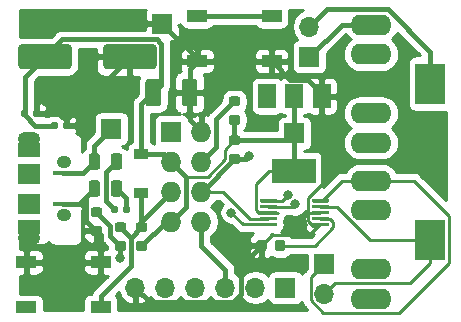
<source format=gbr>
G04 #@! TF.GenerationSoftware,KiCad,Pcbnew,5.1.6+dfsg1-1*
G04 #@! TF.CreationDate,2021-03-01T10:48:13-07:00*
G04 #@! TF.ProjectId,CurrentSensorV1,43757272-656e-4745-9365-6e736f725631,rev?*
G04 #@! TF.SameCoordinates,Original*
G04 #@! TF.FileFunction,Copper,L1,Top*
G04 #@! TF.FilePolarity,Positive*
%FSLAX46Y46*%
G04 Gerber Fmt 4.6, Leading zero omitted, Abs format (unit mm)*
G04 Created by KiCad (PCBNEW 5.1.6+dfsg1-1) date 2021-03-01 10:48:13*
%MOMM*%
%LPD*%
G01*
G04 APERTURE LIST*
G04 #@! TA.AperFunction,ComponentPad*
%ADD10O,1.250000X1.050000*%
G04 #@! TD*
G04 #@! TA.AperFunction,SMDPad,CuDef*
%ADD11R,0.100000X0.500000*%
G04 #@! TD*
G04 #@! TA.AperFunction,ComponentPad*
%ADD12O,1.900000X1.200000*%
G04 #@! TD*
G04 #@! TA.AperFunction,SMDPad,CuDef*
%ADD13R,1.900000X1.260000*%
G04 #@! TD*
G04 #@! TA.AperFunction,SMDPad,CuDef*
%ADD14R,1.900000X1.800000*%
G04 #@! TD*
G04 #@! TA.AperFunction,SMDPad,CuDef*
%ADD15R,1.778000X0.400050*%
G04 #@! TD*
G04 #@! TA.AperFunction,ComponentPad*
%ADD16O,1.700000X1.700000*%
G04 #@! TD*
G04 #@! TA.AperFunction,ComponentPad*
%ADD17R,1.700000X1.700000*%
G04 #@! TD*
G04 #@! TA.AperFunction,ComponentPad*
%ADD18O,1.727200X1.727200*%
G04 #@! TD*
G04 #@! TA.AperFunction,ComponentPad*
%ADD19R,1.727200X1.727200*%
G04 #@! TD*
G04 #@! TA.AperFunction,ComponentPad*
%ADD20O,3.500000X1.750000*%
G04 #@! TD*
G04 #@! TA.AperFunction,ComponentPad*
%ADD21R,2.500000X3.500000*%
G04 #@! TD*
G04 #@! TA.AperFunction,SMDPad,CuDef*
%ADD22R,1.200000X0.900000*%
G04 #@! TD*
G04 #@! TA.AperFunction,SMDPad,CuDef*
%ADD23R,1.699999X1.000001*%
G04 #@! TD*
G04 #@! TA.AperFunction,SMDPad,CuDef*
%ADD24R,1.500000X2.000000*%
G04 #@! TD*
G04 #@! TA.AperFunction,SMDPad,CuDef*
%ADD25R,3.800000X2.000000*%
G04 #@! TD*
G04 #@! TA.AperFunction,ViaPad*
%ADD26C,0.800000*%
G04 #@! TD*
G04 #@! TA.AperFunction,Conductor*
%ADD27C,0.400000*%
G04 #@! TD*
G04 #@! TA.AperFunction,Conductor*
%ADD28C,0.250000*%
G04 #@! TD*
G04 #@! TA.AperFunction,Conductor*
%ADD29C,0.254000*%
G04 #@! TD*
G04 APERTURE END LIST*
D10*
G04 #@! TO.P,J1,SH*
G04 #@! TO.N,N/C*
X137231000Y-78801000D03*
D11*
X133331000Y-77136000D03*
X135131000Y-77136000D03*
D12*
X134231000Y-76851000D03*
D13*
X134231000Y-77786000D03*
D11*
X133331000Y-84926000D03*
D14*
X134231000Y-82301000D03*
D15*
G04 #@! TO.P,J1,1*
G04 #@! TO.N,VBUS*
X137109200Y-79726000D03*
G04 #@! TO.P,J1,5*
G04 #@! TO.N,ADDR*
X137109200Y-82326000D03*
D14*
G04 #@! TO.P,J1,SH*
G04 #@! TO.N,N/C*
X134231000Y-79751000D03*
D12*
X134231000Y-85201000D03*
D13*
X134231000Y-84266000D03*
D11*
X135131000Y-84916000D03*
D10*
X137231000Y-83251000D03*
G04 #@! TD*
G04 #@! TO.P,C4,2*
G04 #@! TO.N,ADDR*
G04 #@! TA.AperFunction,SMDPad,CuDef*
G36*
G01*
X140542000Y-70650000D02*
X140542000Y-69050000D01*
G75*
G02*
X140792000Y-68800000I250000J0D01*
G01*
X144792000Y-68800000D01*
G75*
G02*
X145042000Y-69050000I0J-250000D01*
G01*
X145042000Y-70650000D01*
G75*
G02*
X144792000Y-70900000I-250000J0D01*
G01*
X140792000Y-70900000D01*
G75*
G02*
X140542000Y-70650000I0J250000D01*
G01*
G37*
G04 #@! TD.AperFunction*
G04 #@! TO.P,C4,1*
G04 #@! TO.N,+3V3*
G04 #@! TA.AperFunction,SMDPad,CuDef*
G36*
G01*
X133342000Y-70650000D02*
X133342000Y-69050000D01*
G75*
G02*
X133592000Y-68800000I250000J0D01*
G01*
X137592000Y-68800000D01*
G75*
G02*
X137842000Y-69050000I0J-250000D01*
G01*
X137842000Y-70650000D01*
G75*
G02*
X137592000Y-70900000I-250000J0D01*
G01*
X133592000Y-70900000D01*
G75*
G02*
X133342000Y-70650000I0J250000D01*
G01*
G37*
G04 #@! TD.AperFunction*
G04 #@! TD*
D16*
G04 #@! TO.P,J6,2*
G04 #@! TO.N,AIN0*
X159258000Y-89916000D03*
D17*
G04 #@! TO.P,J6,1*
G04 #@! TO.N,AIN1*
X159258000Y-87376000D03*
G04 #@! TD*
D18*
G04 #@! TO.P,U2,8*
G04 #@! TO.N,FTDI_TX*
X148844000Y-83820000D03*
G04 #@! TO.P,U2,7*
G04 #@! TO.N,+3V3*
X146304000Y-83820000D03*
G04 #@! TO.P,U2,6*
G04 #@! TO.N,SDA*
X148844000Y-81280000D03*
G04 #@! TO.P,U2,5*
G04 #@! TO.N,RST*
X146304000Y-81280000D03*
G04 #@! TO.P,U2,4*
G04 #@! TO.N,SCL*
X148844000Y-78740000D03*
G04 #@! TO.P,U2,3*
G04 #@! TO.N,+3V3*
X146304000Y-78740000D03*
G04 #@! TO.P,U2,2*
G04 #@! TO.N,ADDR*
X148844000Y-76200000D03*
D19*
G04 #@! TO.P,U2,1*
G04 #@! TO.N,FTDI_RX*
X146304000Y-76200000D03*
G04 #@! TD*
D17*
G04 #@! TO.P,TP2,1*
G04 #@! TO.N,+3V3*
X156718000Y-76352000D03*
G04 #@! TD*
D20*
G04 #@! TO.P,J8,5*
G04 #@! TO.N,N/C*
X163214000Y-69636000D03*
G04 #@! TO.P,J8,4*
X163214000Y-74636000D03*
G04 #@! TO.P,J8,3*
G04 #@! TO.N,AIN3*
X163214000Y-67136000D03*
G04 #@! TO.P,J8,2*
G04 #@! TO.N,Net-(J8-Pad2)*
X163214000Y-77136000D03*
D21*
G04 #@! TO.P,J8,1*
G04 #@! TO.N,AIN2*
X168220000Y-72136000D03*
G04 #@! TD*
D20*
G04 #@! TO.P,J3,5*
G04 #@! TO.N,N/C*
X163214000Y-82844000D03*
G04 #@! TO.P,J3,4*
X163214000Y-87844000D03*
G04 #@! TO.P,J3,3*
G04 #@! TO.N,AIN1*
X163214000Y-80344000D03*
G04 #@! TO.P,J3,2*
G04 #@! TO.N,Net-(J3-Pad2)*
X163214000Y-90344000D03*
D21*
G04 #@! TO.P,J3,1*
G04 #@! TO.N,AIN0*
X168220000Y-85344000D03*
G04 #@! TD*
D22*
G04 #@! TO.P,D1,2*
G04 #@! TO.N,RST*
X143764000Y-81406000D03*
G04 #@! TO.P,D1,1*
G04 #@! TO.N,+3V3*
X143764000Y-78106000D03*
G04 #@! TD*
D23*
G04 #@! TO.P,FLASH1,4*
G04 #@! TO.N,SDA*
X154787996Y-66425999D03*
G04 #@! TO.P,FLASH1,3*
X148487999Y-66425999D03*
G04 #@! TO.P,FLASH1,2*
G04 #@! TO.N,ADDR*
X154787996Y-70225996D03*
G04 #@! TO.P,FLASH1,1*
X148487999Y-70225996D03*
G04 #@! TD*
D24*
G04 #@! TO.P,U3,1*
G04 #@! TO.N,ADDR*
X159018000Y-73202000D03*
G04 #@! TO.P,U3,3*
G04 #@! TO.N,VBUS*
X154418000Y-73202000D03*
G04 #@! TO.P,U3,2*
G04 #@! TO.N,+3V3*
X156718000Y-73202000D03*
D25*
X156718000Y-79502000D03*
G04 #@! TD*
G04 #@! TO.P,U1,10*
G04 #@! TO.N,SCL*
G04 #@! TA.AperFunction,SMDPad,CuDef*
G36*
G01*
X155243000Y-83983000D02*
X155243000Y-84133000D01*
G75*
G02*
X155168000Y-84208000I-75000J0D01*
G01*
X153868000Y-84208000D01*
G75*
G02*
X153793000Y-84133000I0J75000D01*
G01*
X153793000Y-83983000D01*
G75*
G02*
X153868000Y-83908000I75000J0D01*
G01*
X155168000Y-83908000D01*
G75*
G02*
X155243000Y-83983000I0J-75000D01*
G01*
G37*
G04 #@! TD.AperFunction*
G04 #@! TO.P,U1,9*
G04 #@! TO.N,SDA*
G04 #@! TA.AperFunction,SMDPad,CuDef*
G36*
G01*
X155243000Y-83483000D02*
X155243000Y-83633000D01*
G75*
G02*
X155168000Y-83708000I-75000J0D01*
G01*
X153868000Y-83708000D01*
G75*
G02*
X153793000Y-83633000I0J75000D01*
G01*
X153793000Y-83483000D01*
G75*
G02*
X153868000Y-83408000I75000J0D01*
G01*
X155168000Y-83408000D01*
G75*
G02*
X155243000Y-83483000I0J-75000D01*
G01*
G37*
G04 #@! TD.AperFunction*
G04 #@! TO.P,U1,8*
G04 #@! TO.N,+3V3*
G04 #@! TA.AperFunction,SMDPad,CuDef*
G36*
G01*
X155243000Y-82983000D02*
X155243000Y-83133000D01*
G75*
G02*
X155168000Y-83208000I-75000J0D01*
G01*
X153868000Y-83208000D01*
G75*
G02*
X153793000Y-83133000I0J75000D01*
G01*
X153793000Y-82983000D01*
G75*
G02*
X153868000Y-82908000I75000J0D01*
G01*
X155168000Y-82908000D01*
G75*
G02*
X155243000Y-82983000I0J-75000D01*
G01*
G37*
G04 #@! TD.AperFunction*
G04 #@! TO.P,U1,7*
G04 #@! TO.N,AIN3*
G04 #@! TA.AperFunction,SMDPad,CuDef*
G36*
G01*
X155243000Y-82483000D02*
X155243000Y-82633000D01*
G75*
G02*
X155168000Y-82708000I-75000J0D01*
G01*
X153868000Y-82708000D01*
G75*
G02*
X153793000Y-82633000I0J75000D01*
G01*
X153793000Y-82483000D01*
G75*
G02*
X153868000Y-82408000I75000J0D01*
G01*
X155168000Y-82408000D01*
G75*
G02*
X155243000Y-82483000I0J-75000D01*
G01*
G37*
G04 #@! TD.AperFunction*
G04 #@! TO.P,U1,6*
G04 #@! TO.N,AIN2*
G04 #@! TA.AperFunction,SMDPad,CuDef*
G36*
G01*
X155243000Y-81983000D02*
X155243000Y-82133000D01*
G75*
G02*
X155168000Y-82208000I-75000J0D01*
G01*
X153868000Y-82208000D01*
G75*
G02*
X153793000Y-82133000I0J75000D01*
G01*
X153793000Y-81983000D01*
G75*
G02*
X153868000Y-81908000I75000J0D01*
G01*
X155168000Y-81908000D01*
G75*
G02*
X155243000Y-81983000I0J-75000D01*
G01*
G37*
G04 #@! TD.AperFunction*
G04 #@! TO.P,U1,5*
G04 #@! TO.N,AIN1*
G04 #@! TA.AperFunction,SMDPad,CuDef*
G36*
G01*
X159643000Y-81983000D02*
X159643000Y-82133000D01*
G75*
G02*
X159568000Y-82208000I-75000J0D01*
G01*
X158268000Y-82208000D01*
G75*
G02*
X158193000Y-82133000I0J75000D01*
G01*
X158193000Y-81983000D01*
G75*
G02*
X158268000Y-81908000I75000J0D01*
G01*
X159568000Y-81908000D01*
G75*
G02*
X159643000Y-81983000I0J-75000D01*
G01*
G37*
G04 #@! TD.AperFunction*
G04 #@! TO.P,U1,4*
G04 #@! TO.N,AIN0*
G04 #@! TA.AperFunction,SMDPad,CuDef*
G36*
G01*
X159643000Y-82483000D02*
X159643000Y-82633000D01*
G75*
G02*
X159568000Y-82708000I-75000J0D01*
G01*
X158268000Y-82708000D01*
G75*
G02*
X158193000Y-82633000I0J75000D01*
G01*
X158193000Y-82483000D01*
G75*
G02*
X158268000Y-82408000I75000J0D01*
G01*
X159568000Y-82408000D01*
G75*
G02*
X159643000Y-82483000I0J-75000D01*
G01*
G37*
G04 #@! TD.AperFunction*
G04 #@! TO.P,U1,3*
G04 #@! TO.N,ADDR*
G04 #@! TA.AperFunction,SMDPad,CuDef*
G36*
G01*
X159643000Y-82983000D02*
X159643000Y-83133000D01*
G75*
G02*
X159568000Y-83208000I-75000J0D01*
G01*
X158268000Y-83208000D01*
G75*
G02*
X158193000Y-83133000I0J75000D01*
G01*
X158193000Y-82983000D01*
G75*
G02*
X158268000Y-82908000I75000J0D01*
G01*
X159568000Y-82908000D01*
G75*
G02*
X159643000Y-82983000I0J-75000D01*
G01*
G37*
G04 #@! TD.AperFunction*
G04 #@! TO.P,U1,2*
G04 #@! TO.N,/ALERT*
G04 #@! TA.AperFunction,SMDPad,CuDef*
G36*
G01*
X159643000Y-83483000D02*
X159643000Y-83633000D01*
G75*
G02*
X159568000Y-83708000I-75000J0D01*
G01*
X158268000Y-83708000D01*
G75*
G02*
X158193000Y-83633000I0J75000D01*
G01*
X158193000Y-83483000D01*
G75*
G02*
X158268000Y-83408000I75000J0D01*
G01*
X159568000Y-83408000D01*
G75*
G02*
X159643000Y-83483000I0J-75000D01*
G01*
G37*
G04 #@! TD.AperFunction*
G04 #@! TO.P,U1,1*
G04 #@! TO.N,ADDR*
G04 #@! TA.AperFunction,SMDPad,CuDef*
G36*
G01*
X159643000Y-83983000D02*
X159643000Y-84133000D01*
G75*
G02*
X159568000Y-84208000I-75000J0D01*
G01*
X158268000Y-84208000D01*
G75*
G02*
X158193000Y-84133000I0J75000D01*
G01*
X158193000Y-83983000D01*
G75*
G02*
X158268000Y-83908000I75000J0D01*
G01*
X159568000Y-83908000D01*
G75*
G02*
X159643000Y-83983000I0J-75000D01*
G01*
G37*
G04 #@! TD.AperFunction*
G04 #@! TD*
D17*
G04 #@! TO.P,TP3,1*
G04 #@! TO.N,ADDR*
X145542000Y-67056000D03*
G04 #@! TD*
G04 #@! TO.P,R6,2*
G04 #@! TO.N,RST*
G04 #@! TA.AperFunction,SMDPad,CuDef*
G36*
G01*
X144020250Y-84740000D02*
X143507750Y-84740000D01*
G75*
G02*
X143289000Y-84521250I0J218750D01*
G01*
X143289000Y-84083750D01*
G75*
G02*
X143507750Y-83865000I218750J0D01*
G01*
X144020250Y-83865000D01*
G75*
G02*
X144239000Y-84083750I0J-218750D01*
G01*
X144239000Y-84521250D01*
G75*
G02*
X144020250Y-84740000I-218750J0D01*
G01*
G37*
G04 #@! TD.AperFunction*
G04 #@! TO.P,R6,1*
G04 #@! TO.N,+3V3*
G04 #@! TA.AperFunction,SMDPad,CuDef*
G36*
G01*
X144020250Y-86315000D02*
X143507750Y-86315000D01*
G75*
G02*
X143289000Y-86096250I0J218750D01*
G01*
X143289000Y-85658750D01*
G75*
G02*
X143507750Y-85440000I218750J0D01*
G01*
X144020250Y-85440000D01*
G75*
G02*
X144239000Y-85658750I0J-218750D01*
G01*
X144239000Y-86096250D01*
G75*
G02*
X144020250Y-86315000I-218750J0D01*
G01*
G37*
G04 #@! TD.AperFunction*
G04 #@! TD*
G04 #@! TO.P,R5,2*
G04 #@! TO.N,Net-(C6-Pad2)*
G04 #@! TA.AperFunction,SMDPad,CuDef*
G36*
G01*
X140210250Y-83470000D02*
X139697750Y-83470000D01*
G75*
G02*
X139479000Y-83251250I0J218750D01*
G01*
X139479000Y-82813750D01*
G75*
G02*
X139697750Y-82595000I218750J0D01*
G01*
X140210250Y-82595000D01*
G75*
G02*
X140429000Y-82813750I0J-218750D01*
G01*
X140429000Y-83251250D01*
G75*
G02*
X140210250Y-83470000I-218750J0D01*
G01*
G37*
G04 #@! TD.AperFunction*
G04 #@! TO.P,R5,1*
G04 #@! TO.N,ADDR*
G04 #@! TA.AperFunction,SMDPad,CuDef*
G36*
G01*
X140210250Y-85045000D02*
X139697750Y-85045000D01*
G75*
G02*
X139479000Y-84826250I0J218750D01*
G01*
X139479000Y-84388750D01*
G75*
G02*
X139697750Y-84170000I218750J0D01*
G01*
X140210250Y-84170000D01*
G75*
G02*
X140429000Y-84388750I0J-218750D01*
G01*
X140429000Y-84826250D01*
G75*
G02*
X140210250Y-85045000I-218750J0D01*
G01*
G37*
G04 #@! TD.AperFunction*
G04 #@! TD*
G04 #@! TO.P,R3,2*
G04 #@! TO.N,/ALERT*
G04 #@! TA.AperFunction,SMDPad,CuDef*
G36*
G01*
X155061500Y-86108250D02*
X155061500Y-85595750D01*
G75*
G02*
X155280250Y-85377000I218750J0D01*
G01*
X155717750Y-85377000D01*
G75*
G02*
X155936500Y-85595750I0J-218750D01*
G01*
X155936500Y-86108250D01*
G75*
G02*
X155717750Y-86327000I-218750J0D01*
G01*
X155280250Y-86327000D01*
G75*
G02*
X155061500Y-86108250I0J218750D01*
G01*
G37*
G04 #@! TD.AperFunction*
G04 #@! TO.P,R3,1*
G04 #@! TO.N,ADDR*
G04 #@! TA.AperFunction,SMDPad,CuDef*
G36*
G01*
X153486500Y-86108250D02*
X153486500Y-85595750D01*
G75*
G02*
X153705250Y-85377000I218750J0D01*
G01*
X154142750Y-85377000D01*
G75*
G02*
X154361500Y-85595750I0J-218750D01*
G01*
X154361500Y-86108250D01*
G75*
G02*
X154142750Y-86327000I-218750J0D01*
G01*
X153705250Y-86327000D01*
G75*
G02*
X153486500Y-86108250I0J218750D01*
G01*
G37*
G04 #@! TD.AperFunction*
G04 #@! TD*
G04 #@! TO.P,R2,2*
G04 #@! TO.N,SDA*
G04 #@! TA.AperFunction,SMDPad,CuDef*
G36*
G01*
X151381750Y-78074000D02*
X151894250Y-78074000D01*
G75*
G02*
X152113000Y-78292750I0J-218750D01*
G01*
X152113000Y-78730250D01*
G75*
G02*
X151894250Y-78949000I-218750J0D01*
G01*
X151381750Y-78949000D01*
G75*
G02*
X151163000Y-78730250I0J218750D01*
G01*
X151163000Y-78292750D01*
G75*
G02*
X151381750Y-78074000I218750J0D01*
G01*
G37*
G04 #@! TD.AperFunction*
G04 #@! TO.P,R2,1*
G04 #@! TO.N,+3V3*
G04 #@! TA.AperFunction,SMDPad,CuDef*
G36*
G01*
X151381750Y-76499000D02*
X151894250Y-76499000D01*
G75*
G02*
X152113000Y-76717750I0J-218750D01*
G01*
X152113000Y-77155250D01*
G75*
G02*
X151894250Y-77374000I-218750J0D01*
G01*
X151381750Y-77374000D01*
G75*
G02*
X151163000Y-77155250I0J218750D01*
G01*
X151163000Y-76717750D01*
G75*
G02*
X151381750Y-76499000I218750J0D01*
G01*
G37*
G04 #@! TD.AperFunction*
G04 #@! TD*
G04 #@! TO.P,R1,2*
G04 #@! TO.N,SCL*
G04 #@! TA.AperFunction,SMDPad,CuDef*
G36*
G01*
X151894250Y-74072000D02*
X151381750Y-74072000D01*
G75*
G02*
X151163000Y-73853250I0J218750D01*
G01*
X151163000Y-73415750D01*
G75*
G02*
X151381750Y-73197000I218750J0D01*
G01*
X151894250Y-73197000D01*
G75*
G02*
X152113000Y-73415750I0J-218750D01*
G01*
X152113000Y-73853250D01*
G75*
G02*
X151894250Y-74072000I-218750J0D01*
G01*
G37*
G04 #@! TD.AperFunction*
G04 #@! TO.P,R1,1*
G04 #@! TO.N,+3V3*
G04 #@! TA.AperFunction,SMDPad,CuDef*
G36*
G01*
X151894250Y-75647000D02*
X151381750Y-75647000D01*
G75*
G02*
X151163000Y-75428250I0J218750D01*
G01*
X151163000Y-74990750D01*
G75*
G02*
X151381750Y-74772000I218750J0D01*
G01*
X151894250Y-74772000D01*
G75*
G02*
X152113000Y-74990750I0J-218750D01*
G01*
X152113000Y-75428250D01*
G75*
G02*
X151894250Y-75647000I-218750J0D01*
G01*
G37*
G04 #@! TD.AperFunction*
G04 #@! TD*
G04 #@! TO.P,FB2,2*
G04 #@! TO.N,VBUS*
G04 #@! TA.AperFunction,SMDPad,CuDef*
G36*
G01*
X140266000Y-78283750D02*
X140266000Y-79196250D01*
G75*
G02*
X140022250Y-79440000I-243750J0D01*
G01*
X139534750Y-79440000D01*
G75*
G02*
X139291000Y-79196250I0J243750D01*
G01*
X139291000Y-78283750D01*
G75*
G02*
X139534750Y-78040000I243750J0D01*
G01*
X140022250Y-78040000D01*
G75*
G02*
X140266000Y-78283750I0J-243750D01*
G01*
G37*
G04 #@! TD.AperFunction*
G04 #@! TO.P,FB2,1*
G04 #@! TO.N,Net-(C1-Pad1)*
G04 #@! TA.AperFunction,SMDPad,CuDef*
G36*
G01*
X142141000Y-78283750D02*
X142141000Y-79196250D01*
G75*
G02*
X141897250Y-79440000I-243750J0D01*
G01*
X141409750Y-79440000D01*
G75*
G02*
X141166000Y-79196250I0J243750D01*
G01*
X141166000Y-78283750D01*
G75*
G02*
X141409750Y-78040000I243750J0D01*
G01*
X141897250Y-78040000D01*
G75*
G02*
X142141000Y-78283750I0J-243750D01*
G01*
G37*
G04 #@! TD.AperFunction*
G04 #@! TD*
G04 #@! TO.P,FB1,2*
G04 #@! TO.N,ADDR*
G04 #@! TA.AperFunction,SMDPad,CuDef*
G36*
G01*
X140266000Y-80569750D02*
X140266000Y-81482250D01*
G75*
G02*
X140022250Y-81726000I-243750J0D01*
G01*
X139534750Y-81726000D01*
G75*
G02*
X139291000Y-81482250I0J243750D01*
G01*
X139291000Y-80569750D01*
G75*
G02*
X139534750Y-80326000I243750J0D01*
G01*
X140022250Y-80326000D01*
G75*
G02*
X140266000Y-80569750I0J-243750D01*
G01*
G37*
G04 #@! TD.AperFunction*
G04 #@! TO.P,FB1,1*
G04 #@! TO.N,Net-(C1-Pad2)*
G04 #@! TA.AperFunction,SMDPad,CuDef*
G36*
G01*
X142141000Y-80569750D02*
X142141000Y-81482250D01*
G75*
G02*
X141897250Y-81726000I-243750J0D01*
G01*
X141409750Y-81726000D01*
G75*
G02*
X141166000Y-81482250I0J243750D01*
G01*
X141166000Y-80569750D01*
G75*
G02*
X141409750Y-80326000I243750J0D01*
G01*
X141897250Y-80326000D01*
G75*
G02*
X142141000Y-80569750I0J-243750D01*
G01*
G37*
G04 #@! TD.AperFunction*
G04 #@! TD*
G04 #@! TO.P,C6,2*
G04 #@! TO.N,Net-(C6-Pad2)*
G04 #@! TA.AperFunction,SMDPad,CuDef*
G36*
G01*
X141729750Y-85440000D02*
X142242250Y-85440000D01*
G75*
G02*
X142461000Y-85658750I0J-218750D01*
G01*
X142461000Y-86096250D01*
G75*
G02*
X142242250Y-86315000I-218750J0D01*
G01*
X141729750Y-86315000D01*
G75*
G02*
X141511000Y-86096250I0J218750D01*
G01*
X141511000Y-85658750D01*
G75*
G02*
X141729750Y-85440000I218750J0D01*
G01*
G37*
G04 #@! TD.AperFunction*
G04 #@! TO.P,C6,1*
G04 #@! TO.N,RST*
G04 #@! TA.AperFunction,SMDPad,CuDef*
G36*
G01*
X141729750Y-83865000D02*
X142242250Y-83865000D01*
G75*
G02*
X142461000Y-84083750I0J-218750D01*
G01*
X142461000Y-84521250D01*
G75*
G02*
X142242250Y-84740000I-218750J0D01*
G01*
X141729750Y-84740000D01*
G75*
G02*
X141511000Y-84521250I0J218750D01*
G01*
X141511000Y-84083750D01*
G75*
G02*
X141729750Y-83865000I218750J0D01*
G01*
G37*
G04 #@! TD.AperFunction*
G04 #@! TD*
G04 #@! TO.P,C5,2*
G04 #@! TO.N,+3V3*
G04 #@! TA.AperFunction,SMDPad,CuDef*
G36*
G01*
X136716000Y-75519500D02*
X136716000Y-75864500D01*
G75*
G02*
X136568500Y-76012000I-147500J0D01*
G01*
X136273500Y-76012000D01*
G75*
G02*
X136126000Y-75864500I0J147500D01*
G01*
X136126000Y-75519500D01*
G75*
G02*
X136273500Y-75372000I147500J0D01*
G01*
X136568500Y-75372000D01*
G75*
G02*
X136716000Y-75519500I0J-147500D01*
G01*
G37*
G04 #@! TD.AperFunction*
G04 #@! TO.P,C5,1*
G04 #@! TO.N,ADDR*
G04 #@! TA.AperFunction,SMDPad,CuDef*
G36*
G01*
X137686000Y-75519500D02*
X137686000Y-75864500D01*
G75*
G02*
X137538500Y-76012000I-147500J0D01*
G01*
X137243500Y-76012000D01*
G75*
G02*
X137096000Y-75864500I0J147500D01*
G01*
X137096000Y-75519500D01*
G75*
G02*
X137243500Y-75372000I147500J0D01*
G01*
X137538500Y-75372000D01*
G75*
G02*
X137686000Y-75519500I0J-147500D01*
G01*
G37*
G04 #@! TD.AperFunction*
G04 #@! TD*
G04 #@! TO.P,C3,2*
G04 #@! TO.N,ADDR*
G04 #@! TA.AperFunction,SMDPad,CuDef*
G36*
G01*
X134556000Y-74848500D02*
X134556000Y-74503500D01*
G75*
G02*
X134703500Y-74356000I147500J0D01*
G01*
X134998500Y-74356000D01*
G75*
G02*
X135146000Y-74503500I0J-147500D01*
G01*
X135146000Y-74848500D01*
G75*
G02*
X134998500Y-74996000I-147500J0D01*
G01*
X134703500Y-74996000D01*
G75*
G02*
X134556000Y-74848500I0J147500D01*
G01*
G37*
G04 #@! TD.AperFunction*
G04 #@! TO.P,C3,1*
G04 #@! TO.N,+3V3*
G04 #@! TA.AperFunction,SMDPad,CuDef*
G36*
G01*
X133586000Y-74848500D02*
X133586000Y-74503500D01*
G75*
G02*
X133733500Y-74356000I147500J0D01*
G01*
X134028500Y-74356000D01*
G75*
G02*
X134176000Y-74503500I0J-147500D01*
G01*
X134176000Y-74848500D01*
G75*
G02*
X134028500Y-74996000I-147500J0D01*
G01*
X133733500Y-74996000D01*
G75*
G02*
X133586000Y-74848500I0J147500D01*
G01*
G37*
G04 #@! TD.AperFunction*
G04 #@! TD*
G04 #@! TO.P,C2,2*
G04 #@! TO.N,ADDR*
G04 #@! TA.AperFunction,SMDPad,CuDef*
G36*
G01*
X147179000Y-73823001D02*
X147179000Y-71972999D01*
G75*
G02*
X147428999Y-71723000I249999J0D01*
G01*
X148254001Y-71723000D01*
G75*
G02*
X148504000Y-71972999I0J-249999D01*
G01*
X148504000Y-73823001D01*
G75*
G02*
X148254001Y-74073000I-249999J0D01*
G01*
X147428999Y-74073000D01*
G75*
G02*
X147179000Y-73823001I0J249999D01*
G01*
G37*
G04 #@! TD.AperFunction*
G04 #@! TO.P,C2,1*
G04 #@! TO.N,+3V3*
G04 #@! TA.AperFunction,SMDPad,CuDef*
G36*
G01*
X144104000Y-73823001D02*
X144104000Y-71972999D01*
G75*
G02*
X144353999Y-71723000I249999J0D01*
G01*
X145179001Y-71723000D01*
G75*
G02*
X145429000Y-71972999I0J-249999D01*
G01*
X145429000Y-73823001D01*
G75*
G02*
X145179001Y-74073000I-249999J0D01*
G01*
X144353999Y-74073000D01*
G75*
G02*
X144104000Y-73823001I0J249999D01*
G01*
G37*
G04 #@! TD.AperFunction*
G04 #@! TD*
G04 #@! TO.P,C1,2*
G04 #@! TO.N,Net-(C1-Pad2)*
G04 #@! TA.AperFunction,SMDPad,CuDef*
G36*
G01*
X142176000Y-82976500D02*
X142176000Y-82631500D01*
G75*
G02*
X142323500Y-82484000I147500J0D01*
G01*
X142618500Y-82484000D01*
G75*
G02*
X142766000Y-82631500I0J-147500D01*
G01*
X142766000Y-82976500D01*
G75*
G02*
X142618500Y-83124000I-147500J0D01*
G01*
X142323500Y-83124000D01*
G75*
G02*
X142176000Y-82976500I0J147500D01*
G01*
G37*
G04 #@! TD.AperFunction*
G04 #@! TO.P,C1,1*
G04 #@! TO.N,Net-(C1-Pad1)*
G04 #@! TA.AperFunction,SMDPad,CuDef*
G36*
G01*
X141206000Y-82976500D02*
X141206000Y-82631500D01*
G75*
G02*
X141353500Y-82484000I147500J0D01*
G01*
X141648500Y-82484000D01*
G75*
G02*
X141796000Y-82631500I0J-147500D01*
G01*
X141796000Y-82976500D01*
G75*
G02*
X141648500Y-83124000I-147500J0D01*
G01*
X141353500Y-83124000D01*
G75*
G02*
X141206000Y-82976500I0J147500D01*
G01*
G37*
G04 #@! TD.AperFunction*
G04 #@! TD*
G04 #@! TO.P,TP1,1*
G04 #@! TO.N,VBUS*
X141224000Y-75946000D03*
G04 #@! TD*
D23*
G04 #@! TO.P,RST1,4*
G04 #@! TO.N,ADDR*
X140309996Y-87253999D03*
G04 #@! TO.P,RST1,3*
X134009999Y-87253999D03*
G04 #@! TO.P,RST1,2*
G04 #@! TO.N,RST*
X140309996Y-91053996D03*
G04 #@! TO.P,RST1,1*
X134009999Y-91053996D03*
G04 #@! TD*
D16*
G04 #@! TO.P,J7,2*
G04 #@! TO.N,AIN2*
X157988000Y-67310000D03*
D17*
G04 #@! TO.P,J7,1*
G04 #@! TO.N,AIN3*
X157988000Y-69850000D03*
G04 #@! TD*
D16*
G04 #@! TO.P,J2,6*
G04 #@! TO.N,ADDR*
X143256000Y-89408000D03*
G04 #@! TO.P,J2,5*
G04 #@! TO.N,Net-(J2-Pad5)*
X145796000Y-89408000D03*
G04 #@! TO.P,J2,4*
G04 #@! TO.N,+3V3*
X148336000Y-89408000D03*
G04 #@! TO.P,J2,3*
G04 #@! TO.N,FTDI_TX*
X150876000Y-89408000D03*
G04 #@! TO.P,J2,2*
G04 #@! TO.N,FTDI_RX*
X153416000Y-89408000D03*
D17*
G04 #@! TO.P,J2,1*
G04 #@! TO.N,Net-(C6-Pad2)*
X155956000Y-89408000D03*
G04 #@! TD*
D26*
G04 #@! TO.N,VBUS*
X154418000Y-73202000D03*
G04 #@! TO.N,SCL*
X151384000Y-83058000D03*
G04 #@! TO.N,SDA*
X152908000Y-78232000D03*
X154787996Y-66425999D03*
G04 #@! TO.N,ADDR*
X142792000Y-69806000D03*
X138938000Y-75946000D03*
X139778500Y-81026000D03*
G04 #@! TO.N,Net-(C6-Pad2)*
X141986000Y-86868000D03*
G04 #@! TO.N,AIN2*
X156210000Y-81534000D03*
G04 #@! TO.N,AIN3*
X156764701Y-82366051D03*
G04 #@! TD*
D27*
G04 #@! TO.N,+3V3*
X145821500Y-83820000D02*
X146304000Y-83820000D01*
X143764000Y-85877500D02*
X145821500Y-83820000D01*
X136343001Y-70601001D02*
X135592000Y-69850000D01*
X135105000Y-70337000D02*
X135592000Y-69850000D01*
X145670000Y-78106000D02*
X146304000Y-78740000D01*
X143764000Y-78106000D02*
X145670000Y-78106000D01*
X147567601Y-82556399D02*
X146304000Y-83820000D01*
X147567601Y-80003601D02*
X147567601Y-82556399D01*
X146304000Y-78740000D02*
X147567601Y-80003601D01*
X143764000Y-73900500D02*
X144766500Y-72898000D01*
X143764000Y-78106000D02*
X143764000Y-73900500D01*
X151638000Y-75209500D02*
X151638000Y-76936500D01*
D28*
X150837990Y-77736510D02*
X151638000Y-76936500D01*
X150837990Y-78524010D02*
X150837990Y-77736510D01*
X149358399Y-80003601D02*
X150837990Y-78524010D01*
X147567601Y-80003601D02*
X149358399Y-80003601D01*
D27*
X156133500Y-76936500D02*
X156718000Y-76352000D01*
X151638000Y-76936500D02*
X156133500Y-76936500D01*
X156718000Y-76352000D02*
X156718000Y-73202000D01*
X156718000Y-79502000D02*
X156718000Y-76352000D01*
D28*
X154518000Y-83058000D02*
X155308702Y-83058000D01*
X154568000Y-79502000D02*
X156718000Y-79502000D01*
X153467990Y-80602010D02*
X154568000Y-79502000D01*
X153467990Y-82798692D02*
X153467990Y-80602010D01*
X153727298Y-83058000D02*
X153467990Y-82798692D01*
X154518000Y-83058000D02*
X153727298Y-83058000D01*
D27*
X145061246Y-68399990D02*
X137042010Y-68399990D01*
X145442010Y-68780754D02*
X145061246Y-68399990D01*
X145442010Y-72222490D02*
X145442010Y-68780754D01*
X137042010Y-68399990D02*
X135592000Y-69850000D01*
X144766500Y-72898000D02*
X145442010Y-72222490D01*
X133881000Y-74800298D02*
X133881000Y-74676000D01*
X134772702Y-75692000D02*
X133881000Y-74800298D01*
X136421000Y-75692000D02*
X134772702Y-75692000D01*
X133881000Y-71561000D02*
X135592000Y-69850000D01*
X133881000Y-74676000D02*
X133881000Y-71561000D01*
G04 #@! TO.N,VBUS*
X139778500Y-77391500D02*
X141224000Y-75946000D01*
X139778500Y-78740000D02*
X139778500Y-77391500D01*
D28*
X139778500Y-78740000D02*
X138692499Y-79826001D01*
D27*
X138792500Y-79726000D02*
X139778500Y-78740000D01*
X137109200Y-79726000D02*
X138792500Y-79726000D01*
G04 #@! TO.N,SCL*
X150107601Y-77476399D02*
X150107601Y-75164899D01*
X150107601Y-75164899D02*
X151638000Y-73634500D01*
X148844000Y-78740000D02*
X150107601Y-77476399D01*
D28*
X152384000Y-84058000D02*
X151384000Y-83058000D01*
X154518000Y-84058000D02*
X152384000Y-84058000D01*
D27*
G04 #@! TO.N,SDA*
X148487999Y-66425999D02*
X154787996Y-66425999D01*
X148869500Y-81280000D02*
X151638000Y-78511500D01*
X148844000Y-81280000D02*
X148869500Y-81280000D01*
D28*
X150679002Y-81280000D02*
X148844000Y-81280000D01*
X152957002Y-83558000D02*
X150679002Y-81280000D01*
X154518000Y-83558000D02*
X152957002Y-83558000D01*
D27*
X152628500Y-78511500D02*
X152908000Y-78232000D01*
X151638000Y-78511500D02*
X152628500Y-78511500D01*
G04 #@! TO.N,Net-(C1-Pad2)*
X142471000Y-81843500D02*
X141653500Y-81026000D01*
X142471000Y-82804000D02*
X142471000Y-81843500D01*
G04 #@! TO.N,Net-(C1-Pad1)*
X140765990Y-79627510D02*
X141653500Y-78740000D01*
X140765990Y-82068990D02*
X140765990Y-79627510D01*
X141501000Y-82804000D02*
X140765990Y-82068990D01*
G04 #@! TO.N,ADDR*
X140310001Y-87254004D02*
X140310001Y-87224001D01*
X134009999Y-87253999D02*
X140309996Y-87253999D01*
X140309996Y-84963496D02*
X139954000Y-84607500D01*
X140309996Y-87253999D02*
X140309996Y-84963496D01*
X147841500Y-75197500D02*
X148844000Y-76200000D01*
X147841500Y-72898000D02*
X147841500Y-75197500D01*
X144793500Y-69850000D02*
X142792000Y-69850000D01*
X147841500Y-70872495D02*
X148487999Y-70225996D01*
X147841500Y-72898000D02*
X147841500Y-70872495D01*
X148487999Y-70225996D02*
X154787996Y-70225996D01*
D28*
X158918000Y-84058000D02*
X157988000Y-84988000D01*
X154788000Y-84988000D02*
X153924000Y-85852000D01*
X157988000Y-84988000D02*
X154788000Y-84988000D01*
X159018000Y-80667298D02*
X159018000Y-73202000D01*
X157867990Y-81817308D02*
X159018000Y-80667298D01*
X158277298Y-84208000D02*
X157867990Y-83798692D01*
X158768000Y-84208000D02*
X158277298Y-84208000D01*
X158918000Y-84058000D02*
X158768000Y-84208000D01*
D27*
X156363999Y-71801999D02*
X154787996Y-70225996D01*
X157867999Y-71801999D02*
X156363999Y-71801999D01*
X159018000Y-72952000D02*
X157867999Y-71801999D01*
X159018000Y-73202000D02*
X159018000Y-72952000D01*
X137391000Y-75251000D02*
X137391000Y-75692000D01*
X142792000Y-69850000D02*
X137391000Y-75251000D01*
X136816000Y-74676000D02*
X134851000Y-74676000D01*
X137391000Y-75251000D02*
X136816000Y-74676000D01*
X148487999Y-70001999D02*
X145542000Y-67056000D01*
X148487999Y-70225996D02*
X148487999Y-70001999D01*
X142792000Y-69850000D02*
X142792000Y-69806000D01*
X139078990Y-83732490D02*
X139954000Y-84607500D01*
X139778500Y-81026000D02*
X139078990Y-81725510D01*
X139078990Y-82663010D02*
X139078990Y-83732490D01*
X152165999Y-87610001D02*
X153924000Y-85852000D01*
X152165999Y-89968003D02*
X152165999Y-87610001D01*
X151476001Y-90658001D02*
X152165999Y-89968003D01*
X144506001Y-90658001D02*
X151476001Y-90658001D01*
X143256000Y-89408000D02*
X144506001Y-90658001D01*
D28*
X158918000Y-83058000D02*
X157988000Y-83058000D01*
X157988000Y-83058000D02*
X157867990Y-82937990D01*
X157867990Y-82937990D02*
X157867990Y-81817308D01*
X157867990Y-83798692D02*
X157867990Y-82937990D01*
D27*
X139078990Y-81725510D02*
X139078990Y-82409010D01*
X139078990Y-82409010D02*
X139078990Y-82663010D01*
D28*
X138684000Y-75692000D02*
X138938000Y-75946000D01*
X137391000Y-75692000D02*
X138684000Y-75692000D01*
D27*
X138478500Y-82326000D02*
X139078990Y-81725510D01*
X137109200Y-82326000D02*
X138478500Y-82326000D01*
G04 #@! TO.N,Net-(C6-Pad2)*
X141110990Y-84189490D02*
X139954000Y-83032500D01*
X141110990Y-85002490D02*
X141110990Y-84189490D01*
X141986000Y-85877500D02*
X141110990Y-85002490D01*
X141986000Y-85877500D02*
X141986000Y-86868000D01*
G04 #@! TO.N,RST*
X143764000Y-83820000D02*
X146304000Y-81280000D01*
X143764000Y-84302500D02*
X143764000Y-83820000D01*
X143764000Y-84302500D02*
X143764000Y-81406000D01*
X142888990Y-85205490D02*
X141986000Y-84302500D01*
X142888990Y-87575002D02*
X142888990Y-85205490D01*
X140309996Y-90153996D02*
X142888990Y-87575002D01*
X140309996Y-91053996D02*
X140309996Y-90153996D01*
X142888990Y-85177510D02*
X143764000Y-84302500D01*
X142888990Y-85205490D02*
X142888990Y-85177510D01*
G04 #@! TO.N,FTDI_TX*
X150876000Y-89408000D02*
X150876000Y-87884000D01*
X148844000Y-85852000D02*
X148844000Y-83820000D01*
X150876000Y-87884000D02*
X148844000Y-85852000D01*
D28*
G04 #@! TO.N,AIN1*
X158918000Y-82058000D02*
X159020000Y-82058000D01*
X160734000Y-80344000D02*
X163214000Y-80344000D01*
X159020000Y-82058000D02*
X160734000Y-80344000D01*
X158082999Y-90480001D02*
X159147008Y-91544010D01*
X159258000Y-87376000D02*
X158082999Y-88551001D01*
X158082999Y-88551001D02*
X158082999Y-90480001D01*
X159147008Y-91544010D02*
X165604992Y-91544010D01*
X165604992Y-91544010D02*
X169795001Y-87354001D01*
X169795001Y-87354001D02*
X169795001Y-83333999D01*
X169795001Y-83333999D02*
X166805002Y-80344000D01*
X166805002Y-80344000D02*
X163214000Y-80344000D01*
D27*
G04 #@! TO.N,AIN2*
X168220000Y-72136000D02*
X168220000Y-69463864D01*
D28*
X155686000Y-82058000D02*
X156210000Y-81534000D01*
X154518000Y-82058000D02*
X155686000Y-82058000D01*
D27*
X168220000Y-69463864D02*
X164617126Y-65860990D01*
X164617126Y-65860990D02*
X159437010Y-65860990D01*
X159437010Y-65860990D02*
X157988000Y-67310000D01*
D28*
G04 #@! TO.N,AIN3*
X156572752Y-82558000D02*
X154518000Y-82558000D01*
X156764701Y-82366051D02*
X156572752Y-82558000D01*
D27*
X160702000Y-67136000D02*
X163214000Y-67136000D01*
X157988000Y-69850000D02*
X160702000Y-67136000D01*
D28*
G04 #@! TO.N,/ALERT*
X159708702Y-83558000D02*
X158918000Y-83558000D01*
X159968010Y-83817308D02*
X159708702Y-83558000D01*
X158414702Y-85852000D02*
X159968010Y-84298692D01*
X159968010Y-84298692D02*
X159968010Y-83817308D01*
X155499000Y-85852000D02*
X158414702Y-85852000D01*
G04 #@! TO.N,AIN0*
X158918000Y-82558000D02*
X160355930Y-82558000D01*
X160355930Y-82558000D02*
X163141930Y-85344000D01*
X163141930Y-85344000D02*
X168220000Y-85344000D01*
X159258000Y-89916000D02*
X160129990Y-89044010D01*
X160129990Y-89044010D02*
X166519990Y-89044010D01*
X166519990Y-89044010D02*
X168220000Y-87344000D01*
X168220000Y-87344000D02*
X168220000Y-85344000D01*
G04 #@! TD*
D29*
G04 #@! TO.N,ADDR*
G36*
X138839815Y-82177185D02*
G01*
X138936506Y-82256537D01*
X139016755Y-82299432D01*
X138985329Y-82337725D01*
X138906150Y-82485858D01*
X138857392Y-82646592D01*
X138840928Y-82813750D01*
X138840928Y-83251250D01*
X138857392Y-83418408D01*
X138906150Y-83579142D01*
X138985329Y-83727275D01*
X139003100Y-83748930D01*
X138948463Y-83815506D01*
X138889498Y-83925820D01*
X138853188Y-84045518D01*
X138840928Y-84170000D01*
X138844000Y-84321750D01*
X139002750Y-84480500D01*
X139827000Y-84480500D01*
X139827000Y-84460500D01*
X140081000Y-84460500D01*
X140081000Y-84480500D01*
X140101000Y-84480500D01*
X140101000Y-84734500D01*
X140081000Y-84734500D01*
X140081000Y-85521250D01*
X140239750Y-85680000D01*
X140429000Y-85683072D01*
X140553482Y-85670812D01*
X140587980Y-85660347D01*
X140872928Y-85945295D01*
X140872928Y-86096250D01*
X140875019Y-86117479D01*
X140595746Y-86118999D01*
X140436996Y-86277749D01*
X140436996Y-87126999D01*
X140456996Y-87126999D01*
X140456996Y-87380999D01*
X140436996Y-87380999D01*
X140436996Y-88230249D01*
X140595746Y-88388999D01*
X140892510Y-88390615D01*
X139748570Y-89534555D01*
X139716706Y-89560705D01*
X139690558Y-89592567D01*
X139612360Y-89687851D01*
X139534824Y-89832910D01*
X139509642Y-89915924D01*
X139459997Y-89915924D01*
X139335515Y-89928184D01*
X139215817Y-89964494D01*
X139105503Y-90023459D01*
X139008812Y-90102811D01*
X138929460Y-90199502D01*
X138870495Y-90309816D01*
X138834185Y-90429514D01*
X138821925Y-90553996D01*
X138821925Y-91288000D01*
X135498070Y-91288000D01*
X135498070Y-90553996D01*
X135485810Y-90429514D01*
X135449500Y-90309816D01*
X135390535Y-90199502D01*
X135311183Y-90102811D01*
X135214492Y-90023459D01*
X135104178Y-89964494D01*
X134984480Y-89928184D01*
X134859998Y-89915924D01*
X133502000Y-89915924D01*
X133502000Y-88390209D01*
X133724249Y-88388999D01*
X133882999Y-88230249D01*
X133882999Y-87380999D01*
X134136999Y-87380999D01*
X134136999Y-88230249D01*
X134295749Y-88388999D01*
X134859998Y-88392071D01*
X134984480Y-88379811D01*
X135104178Y-88343501D01*
X135214492Y-88284536D01*
X135311183Y-88205184D01*
X135390535Y-88108493D01*
X135449500Y-87998179D01*
X135485810Y-87878481D01*
X135498070Y-87753999D01*
X138821925Y-87753999D01*
X138834185Y-87878481D01*
X138870495Y-87998179D01*
X138929460Y-88108493D01*
X139008812Y-88205184D01*
X139105503Y-88284536D01*
X139215817Y-88343501D01*
X139335515Y-88379811D01*
X139459997Y-88392071D01*
X140024246Y-88388999D01*
X140182996Y-88230249D01*
X140182996Y-87380999D01*
X138983747Y-87380999D01*
X138824997Y-87539749D01*
X138821925Y-87753999D01*
X135498070Y-87753999D01*
X135494998Y-87539749D01*
X135336248Y-87380999D01*
X134136999Y-87380999D01*
X133882999Y-87380999D01*
X133862999Y-87380999D01*
X133862999Y-87126999D01*
X133882999Y-87126999D01*
X133882999Y-86277749D01*
X134136999Y-86277749D01*
X134136999Y-87126999D01*
X135336248Y-87126999D01*
X135494998Y-86968249D01*
X135498070Y-86753999D01*
X138821925Y-86753999D01*
X138824997Y-86968249D01*
X138983747Y-87126999D01*
X140182996Y-87126999D01*
X140182996Y-86277749D01*
X140024246Y-86118999D01*
X139459997Y-86115927D01*
X139335515Y-86128187D01*
X139215817Y-86164497D01*
X139105503Y-86223462D01*
X139008812Y-86302814D01*
X138929460Y-86399505D01*
X138870495Y-86509819D01*
X138834185Y-86629517D01*
X138821925Y-86753999D01*
X135498070Y-86753999D01*
X135485810Y-86629517D01*
X135449500Y-86509819D01*
X135390535Y-86399505D01*
X135311183Y-86302814D01*
X135214492Y-86223462D01*
X135104178Y-86164497D01*
X134984480Y-86128187D01*
X134859998Y-86115927D01*
X134295749Y-86118999D01*
X134136999Y-86277749D01*
X133882999Y-86277749D01*
X133724249Y-86118999D01*
X133502000Y-86117789D01*
X133502000Y-85533196D01*
X133780652Y-85682139D01*
X134135976Y-85789925D01*
X134412903Y-85817200D01*
X135098097Y-85817200D01*
X135375024Y-85789925D01*
X135730348Y-85682139D01*
X135951971Y-85563679D01*
X135974963Y-85606694D01*
X136054315Y-85703385D01*
X136151006Y-85782737D01*
X136261320Y-85841702D01*
X136381018Y-85878012D01*
X136505500Y-85890272D01*
X138105500Y-85890272D01*
X138229982Y-85878012D01*
X138349680Y-85841702D01*
X138459994Y-85782737D01*
X138556685Y-85703385D01*
X138636037Y-85606694D01*
X138695002Y-85496380D01*
X138731312Y-85376682D01*
X138743572Y-85252200D01*
X138743572Y-85045000D01*
X138840928Y-85045000D01*
X138853188Y-85169482D01*
X138889498Y-85289180D01*
X138948463Y-85399494D01*
X139027815Y-85496185D01*
X139124506Y-85575537D01*
X139234820Y-85634502D01*
X139354518Y-85670812D01*
X139479000Y-85683072D01*
X139668250Y-85680000D01*
X139827000Y-85521250D01*
X139827000Y-84734500D01*
X139002750Y-84734500D01*
X138844000Y-84893250D01*
X138840928Y-85045000D01*
X138743572Y-85045000D01*
X138743572Y-83152200D01*
X138731312Y-83027718D01*
X138700030Y-82924596D01*
X138730949Y-82887994D01*
X138791474Y-82778528D01*
X138829480Y-82659358D01*
X138840500Y-82557750D01*
X138681750Y-82399000D01*
X138569178Y-82399000D01*
X138656685Y-82327185D01*
X138736037Y-82230494D01*
X138772532Y-82162218D01*
X138802741Y-82132009D01*
X138839815Y-82177185D01*
G37*
X138839815Y-82177185D02*
X138936506Y-82256537D01*
X139016755Y-82299432D01*
X138985329Y-82337725D01*
X138906150Y-82485858D01*
X138857392Y-82646592D01*
X138840928Y-82813750D01*
X138840928Y-83251250D01*
X138857392Y-83418408D01*
X138906150Y-83579142D01*
X138985329Y-83727275D01*
X139003100Y-83748930D01*
X138948463Y-83815506D01*
X138889498Y-83925820D01*
X138853188Y-84045518D01*
X138840928Y-84170000D01*
X138844000Y-84321750D01*
X139002750Y-84480500D01*
X139827000Y-84480500D01*
X139827000Y-84460500D01*
X140081000Y-84460500D01*
X140081000Y-84480500D01*
X140101000Y-84480500D01*
X140101000Y-84734500D01*
X140081000Y-84734500D01*
X140081000Y-85521250D01*
X140239750Y-85680000D01*
X140429000Y-85683072D01*
X140553482Y-85670812D01*
X140587980Y-85660347D01*
X140872928Y-85945295D01*
X140872928Y-86096250D01*
X140875019Y-86117479D01*
X140595746Y-86118999D01*
X140436996Y-86277749D01*
X140436996Y-87126999D01*
X140456996Y-87126999D01*
X140456996Y-87380999D01*
X140436996Y-87380999D01*
X140436996Y-88230249D01*
X140595746Y-88388999D01*
X140892510Y-88390615D01*
X139748570Y-89534555D01*
X139716706Y-89560705D01*
X139690558Y-89592567D01*
X139612360Y-89687851D01*
X139534824Y-89832910D01*
X139509642Y-89915924D01*
X139459997Y-89915924D01*
X139335515Y-89928184D01*
X139215817Y-89964494D01*
X139105503Y-90023459D01*
X139008812Y-90102811D01*
X138929460Y-90199502D01*
X138870495Y-90309816D01*
X138834185Y-90429514D01*
X138821925Y-90553996D01*
X138821925Y-91288000D01*
X135498070Y-91288000D01*
X135498070Y-90553996D01*
X135485810Y-90429514D01*
X135449500Y-90309816D01*
X135390535Y-90199502D01*
X135311183Y-90102811D01*
X135214492Y-90023459D01*
X135104178Y-89964494D01*
X134984480Y-89928184D01*
X134859998Y-89915924D01*
X133502000Y-89915924D01*
X133502000Y-88390209D01*
X133724249Y-88388999D01*
X133882999Y-88230249D01*
X133882999Y-87380999D01*
X134136999Y-87380999D01*
X134136999Y-88230249D01*
X134295749Y-88388999D01*
X134859998Y-88392071D01*
X134984480Y-88379811D01*
X135104178Y-88343501D01*
X135214492Y-88284536D01*
X135311183Y-88205184D01*
X135390535Y-88108493D01*
X135449500Y-87998179D01*
X135485810Y-87878481D01*
X135498070Y-87753999D01*
X138821925Y-87753999D01*
X138834185Y-87878481D01*
X138870495Y-87998179D01*
X138929460Y-88108493D01*
X139008812Y-88205184D01*
X139105503Y-88284536D01*
X139215817Y-88343501D01*
X139335515Y-88379811D01*
X139459997Y-88392071D01*
X140024246Y-88388999D01*
X140182996Y-88230249D01*
X140182996Y-87380999D01*
X138983747Y-87380999D01*
X138824997Y-87539749D01*
X138821925Y-87753999D01*
X135498070Y-87753999D01*
X135494998Y-87539749D01*
X135336248Y-87380999D01*
X134136999Y-87380999D01*
X133882999Y-87380999D01*
X133862999Y-87380999D01*
X133862999Y-87126999D01*
X133882999Y-87126999D01*
X133882999Y-86277749D01*
X134136999Y-86277749D01*
X134136999Y-87126999D01*
X135336248Y-87126999D01*
X135494998Y-86968249D01*
X135498070Y-86753999D01*
X138821925Y-86753999D01*
X138824997Y-86968249D01*
X138983747Y-87126999D01*
X140182996Y-87126999D01*
X140182996Y-86277749D01*
X140024246Y-86118999D01*
X139459997Y-86115927D01*
X139335515Y-86128187D01*
X139215817Y-86164497D01*
X139105503Y-86223462D01*
X139008812Y-86302814D01*
X138929460Y-86399505D01*
X138870495Y-86509819D01*
X138834185Y-86629517D01*
X138821925Y-86753999D01*
X135498070Y-86753999D01*
X135485810Y-86629517D01*
X135449500Y-86509819D01*
X135390535Y-86399505D01*
X135311183Y-86302814D01*
X135214492Y-86223462D01*
X135104178Y-86164497D01*
X134984480Y-86128187D01*
X134859998Y-86115927D01*
X134295749Y-86118999D01*
X134136999Y-86277749D01*
X133882999Y-86277749D01*
X133724249Y-86118999D01*
X133502000Y-86117789D01*
X133502000Y-85533196D01*
X133780652Y-85682139D01*
X134135976Y-85789925D01*
X134412903Y-85817200D01*
X135098097Y-85817200D01*
X135375024Y-85789925D01*
X135730348Y-85682139D01*
X135951971Y-85563679D01*
X135974963Y-85606694D01*
X136054315Y-85703385D01*
X136151006Y-85782737D01*
X136261320Y-85841702D01*
X136381018Y-85878012D01*
X136505500Y-85890272D01*
X138105500Y-85890272D01*
X138229982Y-85878012D01*
X138349680Y-85841702D01*
X138459994Y-85782737D01*
X138556685Y-85703385D01*
X138636037Y-85606694D01*
X138695002Y-85496380D01*
X138731312Y-85376682D01*
X138743572Y-85252200D01*
X138743572Y-85045000D01*
X138840928Y-85045000D01*
X138853188Y-85169482D01*
X138889498Y-85289180D01*
X138948463Y-85399494D01*
X139027815Y-85496185D01*
X139124506Y-85575537D01*
X139234820Y-85634502D01*
X139354518Y-85670812D01*
X139479000Y-85683072D01*
X139668250Y-85680000D01*
X139827000Y-85521250D01*
X139827000Y-84734500D01*
X139002750Y-84734500D01*
X138844000Y-84893250D01*
X138840928Y-85045000D01*
X138743572Y-85045000D01*
X138743572Y-83152200D01*
X138731312Y-83027718D01*
X138700030Y-82924596D01*
X138730949Y-82887994D01*
X138791474Y-82778528D01*
X138829480Y-82659358D01*
X138840500Y-82557750D01*
X138681750Y-82399000D01*
X138569178Y-82399000D01*
X138656685Y-82327185D01*
X138736037Y-82230494D01*
X138772532Y-82162218D01*
X138802741Y-82132009D01*
X138839815Y-82177185D01*
G36*
X143383000Y-89281000D02*
G01*
X143403000Y-89281000D01*
X143403000Y-89535000D01*
X143383000Y-89535000D01*
X143383000Y-90728155D01*
X143612890Y-90849476D01*
X143760099Y-90804825D01*
X144022920Y-90679641D01*
X144256269Y-90505588D01*
X144451178Y-90289355D01*
X144520805Y-90172466D01*
X144642525Y-90354632D01*
X144849368Y-90561475D01*
X145092589Y-90723990D01*
X145362842Y-90835932D01*
X145649740Y-90893000D01*
X145942260Y-90893000D01*
X146229158Y-90835932D01*
X146499411Y-90723990D01*
X146742632Y-90561475D01*
X146949475Y-90354632D01*
X147066000Y-90180240D01*
X147182525Y-90354632D01*
X147389368Y-90561475D01*
X147632589Y-90723990D01*
X147902842Y-90835932D01*
X148189740Y-90893000D01*
X148482260Y-90893000D01*
X148769158Y-90835932D01*
X149039411Y-90723990D01*
X149282632Y-90561475D01*
X149489475Y-90354632D01*
X149606000Y-90180240D01*
X149722525Y-90354632D01*
X149929368Y-90561475D01*
X150172589Y-90723990D01*
X150442842Y-90835932D01*
X150729740Y-90893000D01*
X151022260Y-90893000D01*
X151309158Y-90835932D01*
X151579411Y-90723990D01*
X151822632Y-90561475D01*
X152029475Y-90354632D01*
X152146000Y-90180240D01*
X152262525Y-90354632D01*
X152469368Y-90561475D01*
X152712589Y-90723990D01*
X152982842Y-90835932D01*
X153269740Y-90893000D01*
X153562260Y-90893000D01*
X153849158Y-90835932D01*
X154119411Y-90723990D01*
X154362632Y-90561475D01*
X154494487Y-90429620D01*
X154516498Y-90502180D01*
X154575463Y-90612494D01*
X154654815Y-90709185D01*
X154751506Y-90788537D01*
X154861820Y-90847502D01*
X154981518Y-90883812D01*
X155106000Y-90896072D01*
X156806000Y-90896072D01*
X156930482Y-90883812D01*
X157050180Y-90847502D01*
X157160494Y-90788537D01*
X157257185Y-90709185D01*
X157332819Y-90617025D01*
X157333997Y-90628987D01*
X157344922Y-90665002D01*
X157377453Y-90772247D01*
X157448025Y-90904277D01*
X157519200Y-90991003D01*
X157542999Y-91020002D01*
X157571997Y-91043800D01*
X157816197Y-91288000D01*
X141798067Y-91288000D01*
X141798067Y-90553996D01*
X141785807Y-90429514D01*
X141749497Y-90309816D01*
X141690532Y-90199502D01*
X141611180Y-90102811D01*
X141573210Y-90071650D01*
X141831657Y-89813203D01*
X141911843Y-90039252D01*
X142060822Y-90289355D01*
X142255731Y-90505588D01*
X142489080Y-90679641D01*
X142751901Y-90804825D01*
X142899110Y-90849476D01*
X143129000Y-90728155D01*
X143129000Y-89535000D01*
X143109000Y-89535000D01*
X143109000Y-89281000D01*
X143129000Y-89281000D01*
X143129000Y-89261000D01*
X143383000Y-89261000D01*
X143383000Y-89281000D01*
G37*
X143383000Y-89281000D02*
X143403000Y-89281000D01*
X143403000Y-89535000D01*
X143383000Y-89535000D01*
X143383000Y-90728155D01*
X143612890Y-90849476D01*
X143760099Y-90804825D01*
X144022920Y-90679641D01*
X144256269Y-90505588D01*
X144451178Y-90289355D01*
X144520805Y-90172466D01*
X144642525Y-90354632D01*
X144849368Y-90561475D01*
X145092589Y-90723990D01*
X145362842Y-90835932D01*
X145649740Y-90893000D01*
X145942260Y-90893000D01*
X146229158Y-90835932D01*
X146499411Y-90723990D01*
X146742632Y-90561475D01*
X146949475Y-90354632D01*
X147066000Y-90180240D01*
X147182525Y-90354632D01*
X147389368Y-90561475D01*
X147632589Y-90723990D01*
X147902842Y-90835932D01*
X148189740Y-90893000D01*
X148482260Y-90893000D01*
X148769158Y-90835932D01*
X149039411Y-90723990D01*
X149282632Y-90561475D01*
X149489475Y-90354632D01*
X149606000Y-90180240D01*
X149722525Y-90354632D01*
X149929368Y-90561475D01*
X150172589Y-90723990D01*
X150442842Y-90835932D01*
X150729740Y-90893000D01*
X151022260Y-90893000D01*
X151309158Y-90835932D01*
X151579411Y-90723990D01*
X151822632Y-90561475D01*
X152029475Y-90354632D01*
X152146000Y-90180240D01*
X152262525Y-90354632D01*
X152469368Y-90561475D01*
X152712589Y-90723990D01*
X152982842Y-90835932D01*
X153269740Y-90893000D01*
X153562260Y-90893000D01*
X153849158Y-90835932D01*
X154119411Y-90723990D01*
X154362632Y-90561475D01*
X154494487Y-90429620D01*
X154516498Y-90502180D01*
X154575463Y-90612494D01*
X154654815Y-90709185D01*
X154751506Y-90788537D01*
X154861820Y-90847502D01*
X154981518Y-90883812D01*
X155106000Y-90896072D01*
X156806000Y-90896072D01*
X156930482Y-90883812D01*
X157050180Y-90847502D01*
X157160494Y-90788537D01*
X157257185Y-90709185D01*
X157332819Y-90617025D01*
X157333997Y-90628987D01*
X157344922Y-90665002D01*
X157377453Y-90772247D01*
X157448025Y-90904277D01*
X157519200Y-90991003D01*
X157542999Y-91020002D01*
X157571997Y-91043800D01*
X157816197Y-91288000D01*
X141798067Y-91288000D01*
X141798067Y-90553996D01*
X141785807Y-90429514D01*
X141749497Y-90309816D01*
X141690532Y-90199502D01*
X141611180Y-90102811D01*
X141573210Y-90071650D01*
X141831657Y-89813203D01*
X141911843Y-90039252D01*
X142060822Y-90289355D01*
X142255731Y-90505588D01*
X142489080Y-90679641D01*
X142751901Y-90804825D01*
X142899110Y-90849476D01*
X143129000Y-90728155D01*
X143129000Y-89535000D01*
X143109000Y-89535000D01*
X143109000Y-89281000D01*
X143129000Y-89281000D01*
X143129000Y-89261000D01*
X143383000Y-89261000D01*
X143383000Y-89281000D01*
G36*
X150651245Y-82327044D02*
G01*
X150580063Y-82398226D01*
X150466795Y-82567744D01*
X150388774Y-82756102D01*
X150349000Y-82956061D01*
X150349000Y-83159939D01*
X150388774Y-83359898D01*
X150466795Y-83548256D01*
X150580063Y-83717774D01*
X150724226Y-83861937D01*
X150893744Y-83975205D01*
X151082102Y-84053226D01*
X151282061Y-84093000D01*
X151344199Y-84093000D01*
X151820201Y-84569003D01*
X151843999Y-84598001D01*
X151872997Y-84621799D01*
X151959724Y-84692974D01*
X152091753Y-84763546D01*
X152235014Y-84807003D01*
X152384000Y-84821677D01*
X152421333Y-84818000D01*
X153185256Y-84818000D01*
X153132006Y-84846463D01*
X153035315Y-84925815D01*
X152955963Y-85022506D01*
X152896998Y-85132820D01*
X152860688Y-85252518D01*
X152848428Y-85377000D01*
X152851500Y-85566250D01*
X153010250Y-85725000D01*
X153797000Y-85725000D01*
X153797000Y-85705000D01*
X154051000Y-85705000D01*
X154051000Y-85725000D01*
X154071000Y-85725000D01*
X154071000Y-85979000D01*
X154051000Y-85979000D01*
X154051000Y-86803250D01*
X154209750Y-86962000D01*
X154361500Y-86965072D01*
X154485982Y-86952812D01*
X154605680Y-86916502D01*
X154715994Y-86857537D01*
X154782570Y-86802900D01*
X154804225Y-86820671D01*
X154952358Y-86899850D01*
X155113092Y-86948608D01*
X155280250Y-86965072D01*
X155717750Y-86965072D01*
X155884908Y-86948608D01*
X156045642Y-86899850D01*
X156193775Y-86820671D01*
X156323615Y-86714115D01*
X156407418Y-86612000D01*
X157769928Y-86612000D01*
X157769928Y-87789271D01*
X157572002Y-87987197D01*
X157542998Y-88011000D01*
X157503157Y-88059547D01*
X157448025Y-88126725D01*
X157394961Y-88226000D01*
X157377453Y-88258755D01*
X157373331Y-88272342D01*
X157336537Y-88203506D01*
X157257185Y-88106815D01*
X157160494Y-88027463D01*
X157050180Y-87968498D01*
X156930482Y-87932188D01*
X156806000Y-87919928D01*
X155106000Y-87919928D01*
X154981518Y-87932188D01*
X154861820Y-87968498D01*
X154751506Y-88027463D01*
X154654815Y-88106815D01*
X154575463Y-88203506D01*
X154516498Y-88313820D01*
X154494487Y-88386380D01*
X154362632Y-88254525D01*
X154119411Y-88092010D01*
X153849158Y-87980068D01*
X153562260Y-87923000D01*
X153269740Y-87923000D01*
X152982842Y-87980068D01*
X152712589Y-88092010D01*
X152469368Y-88254525D01*
X152262525Y-88461368D01*
X152146000Y-88635760D01*
X152029475Y-88461368D01*
X151822632Y-88254525D01*
X151711000Y-88179935D01*
X151711000Y-87925018D01*
X151715040Y-87884000D01*
X151706964Y-87801998D01*
X151698918Y-87720311D01*
X151651172Y-87562913D01*
X151573636Y-87417854D01*
X151539288Y-87376001D01*
X151495439Y-87322570D01*
X151495437Y-87322568D01*
X151469291Y-87290709D01*
X151437432Y-87264563D01*
X150499868Y-86327000D01*
X152848428Y-86327000D01*
X152860688Y-86451482D01*
X152896998Y-86571180D01*
X152955963Y-86681494D01*
X153035315Y-86778185D01*
X153132006Y-86857537D01*
X153242320Y-86916502D01*
X153362018Y-86952812D01*
X153486500Y-86965072D01*
X153638250Y-86962000D01*
X153797000Y-86803250D01*
X153797000Y-85979000D01*
X153010250Y-85979000D01*
X152851500Y-86137750D01*
X152848428Y-86327000D01*
X150499868Y-86327000D01*
X149679000Y-85506133D01*
X149679000Y-85064422D01*
X149799302Y-84984039D01*
X150008039Y-84775302D01*
X150172042Y-84529853D01*
X150285010Y-84257125D01*
X150342600Y-83967599D01*
X150342600Y-83672401D01*
X150285010Y-83382875D01*
X150172042Y-83110147D01*
X150008039Y-82864698D01*
X149799302Y-82655961D01*
X149640719Y-82550000D01*
X149799302Y-82444039D01*
X150008039Y-82235302D01*
X150138535Y-82040000D01*
X150364201Y-82040000D01*
X150651245Y-82327044D01*
G37*
X150651245Y-82327044D02*
X150580063Y-82398226D01*
X150466795Y-82567744D01*
X150388774Y-82756102D01*
X150349000Y-82956061D01*
X150349000Y-83159939D01*
X150388774Y-83359898D01*
X150466795Y-83548256D01*
X150580063Y-83717774D01*
X150724226Y-83861937D01*
X150893744Y-83975205D01*
X151082102Y-84053226D01*
X151282061Y-84093000D01*
X151344199Y-84093000D01*
X151820201Y-84569003D01*
X151843999Y-84598001D01*
X151872997Y-84621799D01*
X151959724Y-84692974D01*
X152091753Y-84763546D01*
X152235014Y-84807003D01*
X152384000Y-84821677D01*
X152421333Y-84818000D01*
X153185256Y-84818000D01*
X153132006Y-84846463D01*
X153035315Y-84925815D01*
X152955963Y-85022506D01*
X152896998Y-85132820D01*
X152860688Y-85252518D01*
X152848428Y-85377000D01*
X152851500Y-85566250D01*
X153010250Y-85725000D01*
X153797000Y-85725000D01*
X153797000Y-85705000D01*
X154051000Y-85705000D01*
X154051000Y-85725000D01*
X154071000Y-85725000D01*
X154071000Y-85979000D01*
X154051000Y-85979000D01*
X154051000Y-86803250D01*
X154209750Y-86962000D01*
X154361500Y-86965072D01*
X154485982Y-86952812D01*
X154605680Y-86916502D01*
X154715994Y-86857537D01*
X154782570Y-86802900D01*
X154804225Y-86820671D01*
X154952358Y-86899850D01*
X155113092Y-86948608D01*
X155280250Y-86965072D01*
X155717750Y-86965072D01*
X155884908Y-86948608D01*
X156045642Y-86899850D01*
X156193775Y-86820671D01*
X156323615Y-86714115D01*
X156407418Y-86612000D01*
X157769928Y-86612000D01*
X157769928Y-87789271D01*
X157572002Y-87987197D01*
X157542998Y-88011000D01*
X157503157Y-88059547D01*
X157448025Y-88126725D01*
X157394961Y-88226000D01*
X157377453Y-88258755D01*
X157373331Y-88272342D01*
X157336537Y-88203506D01*
X157257185Y-88106815D01*
X157160494Y-88027463D01*
X157050180Y-87968498D01*
X156930482Y-87932188D01*
X156806000Y-87919928D01*
X155106000Y-87919928D01*
X154981518Y-87932188D01*
X154861820Y-87968498D01*
X154751506Y-88027463D01*
X154654815Y-88106815D01*
X154575463Y-88203506D01*
X154516498Y-88313820D01*
X154494487Y-88386380D01*
X154362632Y-88254525D01*
X154119411Y-88092010D01*
X153849158Y-87980068D01*
X153562260Y-87923000D01*
X153269740Y-87923000D01*
X152982842Y-87980068D01*
X152712589Y-88092010D01*
X152469368Y-88254525D01*
X152262525Y-88461368D01*
X152146000Y-88635760D01*
X152029475Y-88461368D01*
X151822632Y-88254525D01*
X151711000Y-88179935D01*
X151711000Y-87925018D01*
X151715040Y-87884000D01*
X151706964Y-87801998D01*
X151698918Y-87720311D01*
X151651172Y-87562913D01*
X151573636Y-87417854D01*
X151539288Y-87376001D01*
X151495439Y-87322570D01*
X151495437Y-87322568D01*
X151469291Y-87290709D01*
X151437432Y-87264563D01*
X150499868Y-86327000D01*
X152848428Y-86327000D01*
X152860688Y-86451482D01*
X152896998Y-86571180D01*
X152955963Y-86681494D01*
X153035315Y-86778185D01*
X153132006Y-86857537D01*
X153242320Y-86916502D01*
X153362018Y-86952812D01*
X153486500Y-86965072D01*
X153638250Y-86962000D01*
X153797000Y-86803250D01*
X153797000Y-85979000D01*
X153010250Y-85979000D01*
X152851500Y-86137750D01*
X152848428Y-86327000D01*
X150499868Y-86327000D01*
X149679000Y-85506133D01*
X149679000Y-85064422D01*
X149799302Y-84984039D01*
X150008039Y-84775302D01*
X150172042Y-84529853D01*
X150285010Y-84257125D01*
X150342600Y-83967599D01*
X150342600Y-83672401D01*
X150285010Y-83382875D01*
X150172042Y-83110147D01*
X150008039Y-82864698D01*
X149799302Y-82655961D01*
X149640719Y-82550000D01*
X149799302Y-82444039D01*
X150008039Y-82235302D01*
X150138535Y-82040000D01*
X150364201Y-82040000D01*
X150651245Y-82327044D01*
G36*
X157633982Y-82952232D02*
G01*
X157675102Y-83029162D01*
X157698769Y-83058000D01*
X157675102Y-83086838D01*
X157633982Y-83163768D01*
X157558000Y-83239750D01*
X157569156Y-83341996D01*
X157569180Y-83342071D01*
X157568629Y-83343887D01*
X157554928Y-83483000D01*
X157554928Y-83633000D01*
X157568629Y-83772113D01*
X157569180Y-83773929D01*
X157569156Y-83774004D01*
X157558000Y-83876250D01*
X157633982Y-83952232D01*
X157675102Y-84029162D01*
X157717645Y-84081000D01*
X157716750Y-84081000D01*
X157558000Y-84239750D01*
X157569156Y-84341996D01*
X157607285Y-84461127D01*
X157667922Y-84570531D01*
X157748737Y-84666003D01*
X157846625Y-84743874D01*
X157957825Y-84801151D01*
X158078061Y-84835634D01*
X158202715Y-84845998D01*
X158346909Y-84844992D01*
X158099901Y-85092000D01*
X156407418Y-85092000D01*
X156323615Y-84989885D01*
X156193775Y-84883329D01*
X156045642Y-84804150D01*
X155884908Y-84755392D01*
X155717750Y-84738928D01*
X155539785Y-84738928D01*
X155564162Y-84725898D01*
X155672218Y-84637218D01*
X155760898Y-84529162D01*
X155826793Y-84405881D01*
X155867371Y-84272113D01*
X155881072Y-84133000D01*
X155881072Y-83983000D01*
X155867371Y-83843887D01*
X155856485Y-83808000D01*
X155867371Y-83772113D01*
X155881072Y-83633000D01*
X155881072Y-83558559D01*
X155943676Y-83482276D01*
X156014248Y-83350247D01*
X156024030Y-83318000D01*
X156358324Y-83318000D01*
X156462803Y-83361277D01*
X156662762Y-83401051D01*
X156866640Y-83401051D01*
X157066599Y-83361277D01*
X157254957Y-83283256D01*
X157424475Y-83169988D01*
X157568638Y-83025825D01*
X157624288Y-82942538D01*
X157633982Y-82952232D01*
G37*
X157633982Y-82952232D02*
X157675102Y-83029162D01*
X157698769Y-83058000D01*
X157675102Y-83086838D01*
X157633982Y-83163768D01*
X157558000Y-83239750D01*
X157569156Y-83341996D01*
X157569180Y-83342071D01*
X157568629Y-83343887D01*
X157554928Y-83483000D01*
X157554928Y-83633000D01*
X157568629Y-83772113D01*
X157569180Y-83773929D01*
X157569156Y-83774004D01*
X157558000Y-83876250D01*
X157633982Y-83952232D01*
X157675102Y-84029162D01*
X157717645Y-84081000D01*
X157716750Y-84081000D01*
X157558000Y-84239750D01*
X157569156Y-84341996D01*
X157607285Y-84461127D01*
X157667922Y-84570531D01*
X157748737Y-84666003D01*
X157846625Y-84743874D01*
X157957825Y-84801151D01*
X158078061Y-84835634D01*
X158202715Y-84845998D01*
X158346909Y-84844992D01*
X158099901Y-85092000D01*
X156407418Y-85092000D01*
X156323615Y-84989885D01*
X156193775Y-84883329D01*
X156045642Y-84804150D01*
X155884908Y-84755392D01*
X155717750Y-84738928D01*
X155539785Y-84738928D01*
X155564162Y-84725898D01*
X155672218Y-84637218D01*
X155760898Y-84529162D01*
X155826793Y-84405881D01*
X155867371Y-84272113D01*
X155881072Y-84133000D01*
X155881072Y-83983000D01*
X155867371Y-83843887D01*
X155856485Y-83808000D01*
X155867371Y-83772113D01*
X155881072Y-83633000D01*
X155881072Y-83558559D01*
X155943676Y-83482276D01*
X156014248Y-83350247D01*
X156024030Y-83318000D01*
X156358324Y-83318000D01*
X156462803Y-83361277D01*
X156662762Y-83401051D01*
X156866640Y-83401051D01*
X157066599Y-83361277D01*
X157254957Y-83283256D01*
X157424475Y-83169988D01*
X157568638Y-83025825D01*
X157624288Y-82942538D01*
X157633982Y-82952232D01*
G36*
X154804225Y-84883329D02*
G01*
X154782570Y-84901100D01*
X154715994Y-84846463D01*
X154715263Y-84846072D01*
X154873928Y-84846072D01*
X154804225Y-84883329D01*
G37*
X154804225Y-84883329D02*
X154782570Y-84901100D01*
X154715994Y-84846463D01*
X154715263Y-84846072D01*
X154873928Y-84846072D01*
X154804225Y-84883329D01*
G36*
X157284589Y-65994010D02*
G01*
X157041368Y-66156525D01*
X156834525Y-66363368D01*
X156672010Y-66606589D01*
X156560068Y-66876842D01*
X156503000Y-67163740D01*
X156503000Y-67456260D01*
X156560068Y-67743158D01*
X156672010Y-68013411D01*
X156834525Y-68256632D01*
X156966380Y-68388487D01*
X156893820Y-68410498D01*
X156783506Y-68469463D01*
X156686815Y-68548815D01*
X156607463Y-68645506D01*
X156548498Y-68755820D01*
X156512188Y-68875518D01*
X156499928Y-69000000D01*
X156499928Y-70700000D01*
X156512188Y-70824482D01*
X156548498Y-70944180D01*
X156607463Y-71054494D01*
X156686815Y-71151185D01*
X156783506Y-71230537D01*
X156893820Y-71289502D01*
X157013518Y-71325812D01*
X157138000Y-71338072D01*
X158838000Y-71338072D01*
X158962482Y-71325812D01*
X159082180Y-71289502D01*
X159192494Y-71230537D01*
X159289185Y-71151185D01*
X159368537Y-71054494D01*
X159427502Y-70944180D01*
X159463812Y-70824482D01*
X159476072Y-70700000D01*
X159476072Y-69542796D01*
X161047869Y-67971000D01*
X161073146Y-67971000D01*
X161077406Y-67978970D01*
X161266103Y-68208897D01*
X161481903Y-68386000D01*
X161266103Y-68563103D01*
X161077406Y-68793030D01*
X160937192Y-69055352D01*
X160850849Y-69339988D01*
X160821694Y-69636000D01*
X160850849Y-69932012D01*
X160937192Y-70216648D01*
X161077406Y-70478970D01*
X161266103Y-70708897D01*
X161496030Y-70897594D01*
X161758352Y-71037808D01*
X162042988Y-71124151D01*
X162264822Y-71146000D01*
X164163178Y-71146000D01*
X164385012Y-71124151D01*
X164669648Y-71037808D01*
X164931970Y-70897594D01*
X165161897Y-70708897D01*
X165350594Y-70478970D01*
X165490808Y-70216648D01*
X165577151Y-69932012D01*
X165606306Y-69636000D01*
X165577151Y-69339988D01*
X165490808Y-69055352D01*
X165350594Y-68793030D01*
X165161897Y-68563103D01*
X164946097Y-68386000D01*
X165161897Y-68208897D01*
X165350594Y-67978970D01*
X165421529Y-67846260D01*
X167323196Y-69747928D01*
X166970000Y-69747928D01*
X166845518Y-69760188D01*
X166725820Y-69796498D01*
X166615506Y-69855463D01*
X166518815Y-69934815D01*
X166439463Y-70031506D01*
X166380498Y-70141820D01*
X166344188Y-70261518D01*
X166331928Y-70386000D01*
X166331928Y-73886000D01*
X166344188Y-74010482D01*
X166380498Y-74130180D01*
X166439463Y-74240494D01*
X166518815Y-74337185D01*
X166615506Y-74416537D01*
X166725820Y-74475502D01*
X166845518Y-74511812D01*
X166970000Y-74524072D01*
X169470000Y-74524072D01*
X169520001Y-74519148D01*
X169520000Y-81984197D01*
X167368806Y-79833003D01*
X167345003Y-79803999D01*
X167229278Y-79709026D01*
X167097249Y-79638454D01*
X166953988Y-79594997D01*
X166842335Y-79584000D01*
X166842324Y-79584000D01*
X166805002Y-79580324D01*
X166767680Y-79584000D01*
X165394942Y-79584000D01*
X165350594Y-79501030D01*
X165161897Y-79271103D01*
X164931970Y-79082406D01*
X164669648Y-78942192D01*
X164385012Y-78855849D01*
X164163178Y-78834000D01*
X162264822Y-78834000D01*
X162042988Y-78855849D01*
X161758352Y-78942192D01*
X161496030Y-79082406D01*
X161266103Y-79271103D01*
X161077406Y-79501030D01*
X161033058Y-79584000D01*
X160771322Y-79584000D01*
X160733999Y-79580324D01*
X160696676Y-79584000D01*
X160696667Y-79584000D01*
X160585014Y-79594997D01*
X160441753Y-79638454D01*
X160309723Y-79709026D01*
X160226083Y-79777668D01*
X160193999Y-79803999D01*
X160170201Y-79832997D01*
X159150641Y-80852557D01*
X159207502Y-80746180D01*
X159243812Y-80626482D01*
X159256072Y-80502000D01*
X159256072Y-78502000D01*
X159243812Y-78377518D01*
X159207502Y-78257820D01*
X159148537Y-78147506D01*
X159069185Y-78050815D01*
X158972494Y-77971463D01*
X158862180Y-77912498D01*
X158742482Y-77876188D01*
X158618000Y-77863928D01*
X157553000Y-77863928D01*
X157553000Y-77840072D01*
X157568000Y-77840072D01*
X157692482Y-77827812D01*
X157812180Y-77791502D01*
X157922494Y-77732537D01*
X158019185Y-77653185D01*
X158098537Y-77556494D01*
X158157502Y-77446180D01*
X158193812Y-77326482D01*
X158206072Y-77202000D01*
X158206072Y-75502000D01*
X158193812Y-75377518D01*
X158157502Y-75257820D01*
X158098537Y-75147506D01*
X158019185Y-75050815D01*
X157922494Y-74971463D01*
X157812180Y-74912498D01*
X157692482Y-74876188D01*
X157568000Y-74863928D01*
X157553000Y-74863928D01*
X157553000Y-74831701D01*
X157592482Y-74827812D01*
X157712180Y-74791502D01*
X157822494Y-74732537D01*
X157868000Y-74695191D01*
X157913506Y-74732537D01*
X158023820Y-74791502D01*
X158143518Y-74827812D01*
X158268000Y-74840072D01*
X158732250Y-74837000D01*
X158891000Y-74678250D01*
X158891000Y-73329000D01*
X159145000Y-73329000D01*
X159145000Y-74678250D01*
X159303750Y-74837000D01*
X159768000Y-74840072D01*
X159892482Y-74827812D01*
X160012180Y-74791502D01*
X160122494Y-74732537D01*
X160219185Y-74653185D01*
X160233288Y-74636000D01*
X160821694Y-74636000D01*
X160850849Y-74932012D01*
X160937192Y-75216648D01*
X161077406Y-75478970D01*
X161266103Y-75708897D01*
X161481903Y-75886000D01*
X161266103Y-76063103D01*
X161077406Y-76293030D01*
X160937192Y-76555352D01*
X160850849Y-76839988D01*
X160821694Y-77136000D01*
X160850849Y-77432012D01*
X160937192Y-77716648D01*
X161077406Y-77978970D01*
X161266103Y-78208897D01*
X161496030Y-78397594D01*
X161758352Y-78537808D01*
X162042988Y-78624151D01*
X162264822Y-78646000D01*
X164163178Y-78646000D01*
X164385012Y-78624151D01*
X164669648Y-78537808D01*
X164931970Y-78397594D01*
X165161897Y-78208897D01*
X165350594Y-77978970D01*
X165490808Y-77716648D01*
X165577151Y-77432012D01*
X165606306Y-77136000D01*
X165577151Y-76839988D01*
X165490808Y-76555352D01*
X165350594Y-76293030D01*
X165161897Y-76063103D01*
X164946097Y-75886000D01*
X165161897Y-75708897D01*
X165350594Y-75478970D01*
X165490808Y-75216648D01*
X165577151Y-74932012D01*
X165606306Y-74636000D01*
X165577151Y-74339988D01*
X165490808Y-74055352D01*
X165350594Y-73793030D01*
X165161897Y-73563103D01*
X164931970Y-73374406D01*
X164669648Y-73234192D01*
X164385012Y-73147849D01*
X164163178Y-73126000D01*
X162264822Y-73126000D01*
X162042988Y-73147849D01*
X161758352Y-73234192D01*
X161496030Y-73374406D01*
X161266103Y-73563103D01*
X161077406Y-73793030D01*
X160937192Y-74055352D01*
X160850849Y-74339988D01*
X160821694Y-74636000D01*
X160233288Y-74636000D01*
X160298537Y-74556494D01*
X160357502Y-74446180D01*
X160393812Y-74326482D01*
X160406072Y-74202000D01*
X160403000Y-73487750D01*
X160244250Y-73329000D01*
X159145000Y-73329000D01*
X158891000Y-73329000D01*
X158871000Y-73329000D01*
X158871000Y-73075000D01*
X158891000Y-73075000D01*
X158891000Y-71725750D01*
X159145000Y-71725750D01*
X159145000Y-73075000D01*
X160244250Y-73075000D01*
X160403000Y-72916250D01*
X160406072Y-72202000D01*
X160393812Y-72077518D01*
X160357502Y-71957820D01*
X160298537Y-71847506D01*
X160219185Y-71750815D01*
X160122494Y-71671463D01*
X160012180Y-71612498D01*
X159892482Y-71576188D01*
X159768000Y-71563928D01*
X159303750Y-71567000D01*
X159145000Y-71725750D01*
X158891000Y-71725750D01*
X158732250Y-71567000D01*
X158268000Y-71563928D01*
X158143518Y-71576188D01*
X158023820Y-71612498D01*
X157913506Y-71671463D01*
X157868000Y-71708809D01*
X157822494Y-71671463D01*
X157712180Y-71612498D01*
X157592482Y-71576188D01*
X157468000Y-71563928D01*
X155968000Y-71563928D01*
X155843518Y-71576188D01*
X155723820Y-71612498D01*
X155613506Y-71671463D01*
X155568000Y-71708809D01*
X155522494Y-71671463D01*
X155412180Y-71612498D01*
X155292482Y-71576188D01*
X155168000Y-71563928D01*
X153668000Y-71563928D01*
X153543518Y-71576188D01*
X153423820Y-71612498D01*
X153313506Y-71671463D01*
X153216815Y-71750815D01*
X153137463Y-71847506D01*
X153078498Y-71957820D01*
X153042188Y-72077518D01*
X153029928Y-72202000D01*
X153029928Y-74202000D01*
X153042188Y-74326482D01*
X153078498Y-74446180D01*
X153137463Y-74556494D01*
X153216815Y-74653185D01*
X153313506Y-74732537D01*
X153423820Y-74791502D01*
X153543518Y-74827812D01*
X153668000Y-74840072D01*
X155168000Y-74840072D01*
X155292482Y-74827812D01*
X155412180Y-74791502D01*
X155522494Y-74732537D01*
X155568000Y-74695191D01*
X155613506Y-74732537D01*
X155723820Y-74791502D01*
X155843518Y-74827812D01*
X155883000Y-74831701D01*
X155883000Y-74863928D01*
X155868000Y-74863928D01*
X155743518Y-74876188D01*
X155623820Y-74912498D01*
X155513506Y-74971463D01*
X155416815Y-75050815D01*
X155337463Y-75147506D01*
X155278498Y-75257820D01*
X155242188Y-75377518D01*
X155229928Y-75502000D01*
X155229928Y-76101500D01*
X152487461Y-76101500D01*
X152473000Y-76089632D01*
X152473000Y-76056368D01*
X152500115Y-76034115D01*
X152606671Y-75904275D01*
X152685850Y-75756142D01*
X152734608Y-75595408D01*
X152751072Y-75428250D01*
X152751072Y-74990750D01*
X152734608Y-74823592D01*
X152685850Y-74662858D01*
X152606671Y-74514725D01*
X152530574Y-74422000D01*
X152606671Y-74329275D01*
X152685850Y-74181142D01*
X152734608Y-74020408D01*
X152751072Y-73853250D01*
X152751072Y-73415750D01*
X152734608Y-73248592D01*
X152685850Y-73087858D01*
X152606671Y-72939725D01*
X152500115Y-72809885D01*
X152370275Y-72703329D01*
X152222142Y-72624150D01*
X152061408Y-72575392D01*
X151894250Y-72558928D01*
X151381750Y-72558928D01*
X151214592Y-72575392D01*
X151053858Y-72624150D01*
X150905725Y-72703329D01*
X150775885Y-72809885D01*
X150669329Y-72939725D01*
X150590150Y-73087858D01*
X150541392Y-73248592D01*
X150524928Y-73415750D01*
X150524928Y-73566704D01*
X149546175Y-74545458D01*
X149514311Y-74571608D01*
X149455334Y-74643472D01*
X149409965Y-74698754D01*
X149356247Y-74799254D01*
X149203027Y-74745037D01*
X148971000Y-74865536D01*
X148971000Y-76073000D01*
X148991000Y-76073000D01*
X148991000Y-76327000D01*
X148971000Y-76327000D01*
X148971000Y-76347000D01*
X148717000Y-76347000D01*
X148717000Y-76327000D01*
X148697000Y-76327000D01*
X148697000Y-76073000D01*
X148717000Y-76073000D01*
X148717000Y-74865536D01*
X148484973Y-74745037D01*
X148208022Y-74843036D01*
X147955512Y-74993183D01*
X147776053Y-75154692D01*
X147757102Y-75092220D01*
X147698137Y-74981906D01*
X147618785Y-74885215D01*
X147522094Y-74805863D01*
X147411780Y-74746898D01*
X147292082Y-74710588D01*
X147287974Y-74710183D01*
X147555750Y-74708000D01*
X147714500Y-74549250D01*
X147714500Y-73025000D01*
X147968500Y-73025000D01*
X147968500Y-74549250D01*
X148127250Y-74708000D01*
X148504000Y-74711072D01*
X148628482Y-74698812D01*
X148748180Y-74662502D01*
X148858494Y-74603537D01*
X148955185Y-74524185D01*
X149034537Y-74427494D01*
X149093502Y-74317180D01*
X149129812Y-74197482D01*
X149142072Y-74073000D01*
X149139000Y-73183750D01*
X148980250Y-73025000D01*
X147968500Y-73025000D01*
X147714500Y-73025000D01*
X146702750Y-73025000D01*
X146544000Y-73183750D01*
X146540928Y-74073000D01*
X146553188Y-74197482D01*
X146589498Y-74317180D01*
X146648463Y-74427494D01*
X146727815Y-74524185D01*
X146824506Y-74603537D01*
X146934820Y-74662502D01*
X147052922Y-74698328D01*
X145440400Y-74698328D01*
X145315918Y-74710588D01*
X145196220Y-74746898D01*
X145085906Y-74805863D01*
X144989215Y-74885215D01*
X144909863Y-74981906D01*
X144850898Y-75092220D01*
X144814588Y-75211918D01*
X144802328Y-75336400D01*
X144802328Y-77063600D01*
X144814588Y-77188082D01*
X144822290Y-77213473D01*
X144815185Y-77204815D01*
X144718494Y-77125463D01*
X144608180Y-77066498D01*
X144599000Y-77063713D01*
X144599000Y-74711072D01*
X145179001Y-74711072D01*
X145352255Y-74694008D01*
X145518851Y-74643472D01*
X145672387Y-74561405D01*
X145806962Y-74450962D01*
X145917405Y-74316387D01*
X145999472Y-74162851D01*
X146050008Y-73996255D01*
X146067072Y-73823001D01*
X146067072Y-72777068D01*
X146139646Y-72688636D01*
X146217182Y-72543577D01*
X146264928Y-72386179D01*
X146277010Y-72263509D01*
X146277010Y-72263499D01*
X146281049Y-72222491D01*
X146277010Y-72181483D01*
X146277010Y-71723000D01*
X146540928Y-71723000D01*
X146544000Y-72612250D01*
X146702750Y-72771000D01*
X147714500Y-72771000D01*
X147714500Y-72751000D01*
X147968500Y-72751000D01*
X147968500Y-72771000D01*
X148980250Y-72771000D01*
X149139000Y-72612250D01*
X149142072Y-71723000D01*
X149129812Y-71598518D01*
X149093502Y-71478820D01*
X149034537Y-71368506D01*
X149029517Y-71362389D01*
X149337998Y-71364068D01*
X149462480Y-71351808D01*
X149582178Y-71315498D01*
X149692492Y-71256533D01*
X149789183Y-71177181D01*
X149868535Y-71080490D01*
X149927500Y-70970176D01*
X149963810Y-70850478D01*
X149976070Y-70725996D01*
X153299925Y-70725996D01*
X153312185Y-70850478D01*
X153348495Y-70970176D01*
X153407460Y-71080490D01*
X153486812Y-71177181D01*
X153583503Y-71256533D01*
X153693817Y-71315498D01*
X153813515Y-71351808D01*
X153937997Y-71364068D01*
X154502246Y-71360996D01*
X154660996Y-71202246D01*
X154660996Y-70352996D01*
X154914996Y-70352996D01*
X154914996Y-71202246D01*
X155073746Y-71360996D01*
X155637995Y-71364068D01*
X155762477Y-71351808D01*
X155882175Y-71315498D01*
X155992489Y-71256533D01*
X156089180Y-71177181D01*
X156168532Y-71080490D01*
X156227497Y-70970176D01*
X156263807Y-70850478D01*
X156276067Y-70725996D01*
X156272995Y-70511746D01*
X156114245Y-70352996D01*
X154914996Y-70352996D01*
X154660996Y-70352996D01*
X153461747Y-70352996D01*
X153302997Y-70511746D01*
X153299925Y-70725996D01*
X149976070Y-70725996D01*
X149972998Y-70511746D01*
X149814248Y-70352996D01*
X148614999Y-70352996D01*
X148614999Y-70372996D01*
X148360999Y-70372996D01*
X148360999Y-70352996D01*
X147161750Y-70352996D01*
X147003000Y-70511746D01*
X146999928Y-70725996D01*
X147012188Y-70850478D01*
X147048498Y-70970176D01*
X147107463Y-71080490D01*
X147116183Y-71091115D01*
X147054518Y-71097188D01*
X146934820Y-71133498D01*
X146824506Y-71192463D01*
X146727815Y-71271815D01*
X146648463Y-71368506D01*
X146589498Y-71478820D01*
X146553188Y-71598518D01*
X146540928Y-71723000D01*
X146277010Y-71723000D01*
X146277010Y-69725996D01*
X146999928Y-69725996D01*
X147003000Y-69940246D01*
X147161750Y-70098996D01*
X148360999Y-70098996D01*
X148360999Y-69249746D01*
X148614999Y-69249746D01*
X148614999Y-70098996D01*
X149814248Y-70098996D01*
X149972998Y-69940246D01*
X149976070Y-69725996D01*
X153299925Y-69725996D01*
X153302997Y-69940246D01*
X153461747Y-70098996D01*
X154660996Y-70098996D01*
X154660996Y-69249746D01*
X154914996Y-69249746D01*
X154914996Y-70098996D01*
X156114245Y-70098996D01*
X156272995Y-69940246D01*
X156276067Y-69725996D01*
X156263807Y-69601514D01*
X156227497Y-69481816D01*
X156168532Y-69371502D01*
X156089180Y-69274811D01*
X155992489Y-69195459D01*
X155882175Y-69136494D01*
X155762477Y-69100184D01*
X155637995Y-69087924D01*
X155073746Y-69090996D01*
X154914996Y-69249746D01*
X154660996Y-69249746D01*
X154502246Y-69090996D01*
X153937997Y-69087924D01*
X153813515Y-69100184D01*
X153693817Y-69136494D01*
X153583503Y-69195459D01*
X153486812Y-69274811D01*
X153407460Y-69371502D01*
X153348495Y-69481816D01*
X153312185Y-69601514D01*
X153299925Y-69725996D01*
X149976070Y-69725996D01*
X149963810Y-69601514D01*
X149927500Y-69481816D01*
X149868535Y-69371502D01*
X149789183Y-69274811D01*
X149692492Y-69195459D01*
X149582178Y-69136494D01*
X149462480Y-69100184D01*
X149337998Y-69087924D01*
X148773749Y-69090996D01*
X148614999Y-69249746D01*
X148360999Y-69249746D01*
X148202249Y-69090996D01*
X147638000Y-69087924D01*
X147513518Y-69100184D01*
X147393820Y-69136494D01*
X147283506Y-69195459D01*
X147186815Y-69274811D01*
X147107463Y-69371502D01*
X147048498Y-69481816D01*
X147012188Y-69601514D01*
X146999928Y-69725996D01*
X146277010Y-69725996D01*
X146277010Y-68821772D01*
X146281050Y-68780754D01*
X146264928Y-68617066D01*
X146248734Y-68563679D01*
X146242539Y-68543258D01*
X146392000Y-68544072D01*
X146516482Y-68531812D01*
X146636180Y-68495502D01*
X146746494Y-68436537D01*
X146843185Y-68357185D01*
X146922537Y-68260494D01*
X146981502Y-68150180D01*
X147017812Y-68030482D01*
X147030072Y-67906000D01*
X147027000Y-67341750D01*
X146868252Y-67183002D01*
X147027000Y-67183002D01*
X147027000Y-67099310D01*
X147048498Y-67170179D01*
X147107463Y-67280493D01*
X147186815Y-67377184D01*
X147283506Y-67456536D01*
X147393820Y-67515501D01*
X147513518Y-67551811D01*
X147638000Y-67564071D01*
X149337998Y-67564071D01*
X149462480Y-67551811D01*
X149582178Y-67515501D01*
X149692492Y-67456536D01*
X149789183Y-67377184D01*
X149868535Y-67280493D01*
X149878955Y-67260999D01*
X153397040Y-67260999D01*
X153407460Y-67280493D01*
X153486812Y-67377184D01*
X153583503Y-67456536D01*
X153693817Y-67515501D01*
X153813515Y-67551811D01*
X153937997Y-67564071D01*
X155637995Y-67564071D01*
X155762477Y-67551811D01*
X155882175Y-67515501D01*
X155992489Y-67456536D01*
X156089180Y-67377184D01*
X156168532Y-67280493D01*
X156227497Y-67170179D01*
X156263807Y-67050481D01*
X156276067Y-66925999D01*
X156276067Y-65938000D01*
X157419810Y-65938000D01*
X157284589Y-65994010D01*
G37*
X157284589Y-65994010D02*
X157041368Y-66156525D01*
X156834525Y-66363368D01*
X156672010Y-66606589D01*
X156560068Y-66876842D01*
X156503000Y-67163740D01*
X156503000Y-67456260D01*
X156560068Y-67743158D01*
X156672010Y-68013411D01*
X156834525Y-68256632D01*
X156966380Y-68388487D01*
X156893820Y-68410498D01*
X156783506Y-68469463D01*
X156686815Y-68548815D01*
X156607463Y-68645506D01*
X156548498Y-68755820D01*
X156512188Y-68875518D01*
X156499928Y-69000000D01*
X156499928Y-70700000D01*
X156512188Y-70824482D01*
X156548498Y-70944180D01*
X156607463Y-71054494D01*
X156686815Y-71151185D01*
X156783506Y-71230537D01*
X156893820Y-71289502D01*
X157013518Y-71325812D01*
X157138000Y-71338072D01*
X158838000Y-71338072D01*
X158962482Y-71325812D01*
X159082180Y-71289502D01*
X159192494Y-71230537D01*
X159289185Y-71151185D01*
X159368537Y-71054494D01*
X159427502Y-70944180D01*
X159463812Y-70824482D01*
X159476072Y-70700000D01*
X159476072Y-69542796D01*
X161047869Y-67971000D01*
X161073146Y-67971000D01*
X161077406Y-67978970D01*
X161266103Y-68208897D01*
X161481903Y-68386000D01*
X161266103Y-68563103D01*
X161077406Y-68793030D01*
X160937192Y-69055352D01*
X160850849Y-69339988D01*
X160821694Y-69636000D01*
X160850849Y-69932012D01*
X160937192Y-70216648D01*
X161077406Y-70478970D01*
X161266103Y-70708897D01*
X161496030Y-70897594D01*
X161758352Y-71037808D01*
X162042988Y-71124151D01*
X162264822Y-71146000D01*
X164163178Y-71146000D01*
X164385012Y-71124151D01*
X164669648Y-71037808D01*
X164931970Y-70897594D01*
X165161897Y-70708897D01*
X165350594Y-70478970D01*
X165490808Y-70216648D01*
X165577151Y-69932012D01*
X165606306Y-69636000D01*
X165577151Y-69339988D01*
X165490808Y-69055352D01*
X165350594Y-68793030D01*
X165161897Y-68563103D01*
X164946097Y-68386000D01*
X165161897Y-68208897D01*
X165350594Y-67978970D01*
X165421529Y-67846260D01*
X167323196Y-69747928D01*
X166970000Y-69747928D01*
X166845518Y-69760188D01*
X166725820Y-69796498D01*
X166615506Y-69855463D01*
X166518815Y-69934815D01*
X166439463Y-70031506D01*
X166380498Y-70141820D01*
X166344188Y-70261518D01*
X166331928Y-70386000D01*
X166331928Y-73886000D01*
X166344188Y-74010482D01*
X166380498Y-74130180D01*
X166439463Y-74240494D01*
X166518815Y-74337185D01*
X166615506Y-74416537D01*
X166725820Y-74475502D01*
X166845518Y-74511812D01*
X166970000Y-74524072D01*
X169470000Y-74524072D01*
X169520001Y-74519148D01*
X169520000Y-81984197D01*
X167368806Y-79833003D01*
X167345003Y-79803999D01*
X167229278Y-79709026D01*
X167097249Y-79638454D01*
X166953988Y-79594997D01*
X166842335Y-79584000D01*
X166842324Y-79584000D01*
X166805002Y-79580324D01*
X166767680Y-79584000D01*
X165394942Y-79584000D01*
X165350594Y-79501030D01*
X165161897Y-79271103D01*
X164931970Y-79082406D01*
X164669648Y-78942192D01*
X164385012Y-78855849D01*
X164163178Y-78834000D01*
X162264822Y-78834000D01*
X162042988Y-78855849D01*
X161758352Y-78942192D01*
X161496030Y-79082406D01*
X161266103Y-79271103D01*
X161077406Y-79501030D01*
X161033058Y-79584000D01*
X160771322Y-79584000D01*
X160733999Y-79580324D01*
X160696676Y-79584000D01*
X160696667Y-79584000D01*
X160585014Y-79594997D01*
X160441753Y-79638454D01*
X160309723Y-79709026D01*
X160226083Y-79777668D01*
X160193999Y-79803999D01*
X160170201Y-79832997D01*
X159150641Y-80852557D01*
X159207502Y-80746180D01*
X159243812Y-80626482D01*
X159256072Y-80502000D01*
X159256072Y-78502000D01*
X159243812Y-78377518D01*
X159207502Y-78257820D01*
X159148537Y-78147506D01*
X159069185Y-78050815D01*
X158972494Y-77971463D01*
X158862180Y-77912498D01*
X158742482Y-77876188D01*
X158618000Y-77863928D01*
X157553000Y-77863928D01*
X157553000Y-77840072D01*
X157568000Y-77840072D01*
X157692482Y-77827812D01*
X157812180Y-77791502D01*
X157922494Y-77732537D01*
X158019185Y-77653185D01*
X158098537Y-77556494D01*
X158157502Y-77446180D01*
X158193812Y-77326482D01*
X158206072Y-77202000D01*
X158206072Y-75502000D01*
X158193812Y-75377518D01*
X158157502Y-75257820D01*
X158098537Y-75147506D01*
X158019185Y-75050815D01*
X157922494Y-74971463D01*
X157812180Y-74912498D01*
X157692482Y-74876188D01*
X157568000Y-74863928D01*
X157553000Y-74863928D01*
X157553000Y-74831701D01*
X157592482Y-74827812D01*
X157712180Y-74791502D01*
X157822494Y-74732537D01*
X157868000Y-74695191D01*
X157913506Y-74732537D01*
X158023820Y-74791502D01*
X158143518Y-74827812D01*
X158268000Y-74840072D01*
X158732250Y-74837000D01*
X158891000Y-74678250D01*
X158891000Y-73329000D01*
X159145000Y-73329000D01*
X159145000Y-74678250D01*
X159303750Y-74837000D01*
X159768000Y-74840072D01*
X159892482Y-74827812D01*
X160012180Y-74791502D01*
X160122494Y-74732537D01*
X160219185Y-74653185D01*
X160233288Y-74636000D01*
X160821694Y-74636000D01*
X160850849Y-74932012D01*
X160937192Y-75216648D01*
X161077406Y-75478970D01*
X161266103Y-75708897D01*
X161481903Y-75886000D01*
X161266103Y-76063103D01*
X161077406Y-76293030D01*
X160937192Y-76555352D01*
X160850849Y-76839988D01*
X160821694Y-77136000D01*
X160850849Y-77432012D01*
X160937192Y-77716648D01*
X161077406Y-77978970D01*
X161266103Y-78208897D01*
X161496030Y-78397594D01*
X161758352Y-78537808D01*
X162042988Y-78624151D01*
X162264822Y-78646000D01*
X164163178Y-78646000D01*
X164385012Y-78624151D01*
X164669648Y-78537808D01*
X164931970Y-78397594D01*
X165161897Y-78208897D01*
X165350594Y-77978970D01*
X165490808Y-77716648D01*
X165577151Y-77432012D01*
X165606306Y-77136000D01*
X165577151Y-76839988D01*
X165490808Y-76555352D01*
X165350594Y-76293030D01*
X165161897Y-76063103D01*
X164946097Y-75886000D01*
X165161897Y-75708897D01*
X165350594Y-75478970D01*
X165490808Y-75216648D01*
X165577151Y-74932012D01*
X165606306Y-74636000D01*
X165577151Y-74339988D01*
X165490808Y-74055352D01*
X165350594Y-73793030D01*
X165161897Y-73563103D01*
X164931970Y-73374406D01*
X164669648Y-73234192D01*
X164385012Y-73147849D01*
X164163178Y-73126000D01*
X162264822Y-73126000D01*
X162042988Y-73147849D01*
X161758352Y-73234192D01*
X161496030Y-73374406D01*
X161266103Y-73563103D01*
X161077406Y-73793030D01*
X160937192Y-74055352D01*
X160850849Y-74339988D01*
X160821694Y-74636000D01*
X160233288Y-74636000D01*
X160298537Y-74556494D01*
X160357502Y-74446180D01*
X160393812Y-74326482D01*
X160406072Y-74202000D01*
X160403000Y-73487750D01*
X160244250Y-73329000D01*
X159145000Y-73329000D01*
X158891000Y-73329000D01*
X158871000Y-73329000D01*
X158871000Y-73075000D01*
X158891000Y-73075000D01*
X158891000Y-71725750D01*
X159145000Y-71725750D01*
X159145000Y-73075000D01*
X160244250Y-73075000D01*
X160403000Y-72916250D01*
X160406072Y-72202000D01*
X160393812Y-72077518D01*
X160357502Y-71957820D01*
X160298537Y-71847506D01*
X160219185Y-71750815D01*
X160122494Y-71671463D01*
X160012180Y-71612498D01*
X159892482Y-71576188D01*
X159768000Y-71563928D01*
X159303750Y-71567000D01*
X159145000Y-71725750D01*
X158891000Y-71725750D01*
X158732250Y-71567000D01*
X158268000Y-71563928D01*
X158143518Y-71576188D01*
X158023820Y-71612498D01*
X157913506Y-71671463D01*
X157868000Y-71708809D01*
X157822494Y-71671463D01*
X157712180Y-71612498D01*
X157592482Y-71576188D01*
X157468000Y-71563928D01*
X155968000Y-71563928D01*
X155843518Y-71576188D01*
X155723820Y-71612498D01*
X155613506Y-71671463D01*
X155568000Y-71708809D01*
X155522494Y-71671463D01*
X155412180Y-71612498D01*
X155292482Y-71576188D01*
X155168000Y-71563928D01*
X153668000Y-71563928D01*
X153543518Y-71576188D01*
X153423820Y-71612498D01*
X153313506Y-71671463D01*
X153216815Y-71750815D01*
X153137463Y-71847506D01*
X153078498Y-71957820D01*
X153042188Y-72077518D01*
X153029928Y-72202000D01*
X153029928Y-74202000D01*
X153042188Y-74326482D01*
X153078498Y-74446180D01*
X153137463Y-74556494D01*
X153216815Y-74653185D01*
X153313506Y-74732537D01*
X153423820Y-74791502D01*
X153543518Y-74827812D01*
X153668000Y-74840072D01*
X155168000Y-74840072D01*
X155292482Y-74827812D01*
X155412180Y-74791502D01*
X155522494Y-74732537D01*
X155568000Y-74695191D01*
X155613506Y-74732537D01*
X155723820Y-74791502D01*
X155843518Y-74827812D01*
X155883000Y-74831701D01*
X155883000Y-74863928D01*
X155868000Y-74863928D01*
X155743518Y-74876188D01*
X155623820Y-74912498D01*
X155513506Y-74971463D01*
X155416815Y-75050815D01*
X155337463Y-75147506D01*
X155278498Y-75257820D01*
X155242188Y-75377518D01*
X155229928Y-75502000D01*
X155229928Y-76101500D01*
X152487461Y-76101500D01*
X152473000Y-76089632D01*
X152473000Y-76056368D01*
X152500115Y-76034115D01*
X152606671Y-75904275D01*
X152685850Y-75756142D01*
X152734608Y-75595408D01*
X152751072Y-75428250D01*
X152751072Y-74990750D01*
X152734608Y-74823592D01*
X152685850Y-74662858D01*
X152606671Y-74514725D01*
X152530574Y-74422000D01*
X152606671Y-74329275D01*
X152685850Y-74181142D01*
X152734608Y-74020408D01*
X152751072Y-73853250D01*
X152751072Y-73415750D01*
X152734608Y-73248592D01*
X152685850Y-73087858D01*
X152606671Y-72939725D01*
X152500115Y-72809885D01*
X152370275Y-72703329D01*
X152222142Y-72624150D01*
X152061408Y-72575392D01*
X151894250Y-72558928D01*
X151381750Y-72558928D01*
X151214592Y-72575392D01*
X151053858Y-72624150D01*
X150905725Y-72703329D01*
X150775885Y-72809885D01*
X150669329Y-72939725D01*
X150590150Y-73087858D01*
X150541392Y-73248592D01*
X150524928Y-73415750D01*
X150524928Y-73566704D01*
X149546175Y-74545458D01*
X149514311Y-74571608D01*
X149455334Y-74643472D01*
X149409965Y-74698754D01*
X149356247Y-74799254D01*
X149203027Y-74745037D01*
X148971000Y-74865536D01*
X148971000Y-76073000D01*
X148991000Y-76073000D01*
X148991000Y-76327000D01*
X148971000Y-76327000D01*
X148971000Y-76347000D01*
X148717000Y-76347000D01*
X148717000Y-76327000D01*
X148697000Y-76327000D01*
X148697000Y-76073000D01*
X148717000Y-76073000D01*
X148717000Y-74865536D01*
X148484973Y-74745037D01*
X148208022Y-74843036D01*
X147955512Y-74993183D01*
X147776053Y-75154692D01*
X147757102Y-75092220D01*
X147698137Y-74981906D01*
X147618785Y-74885215D01*
X147522094Y-74805863D01*
X147411780Y-74746898D01*
X147292082Y-74710588D01*
X147287974Y-74710183D01*
X147555750Y-74708000D01*
X147714500Y-74549250D01*
X147714500Y-73025000D01*
X147968500Y-73025000D01*
X147968500Y-74549250D01*
X148127250Y-74708000D01*
X148504000Y-74711072D01*
X148628482Y-74698812D01*
X148748180Y-74662502D01*
X148858494Y-74603537D01*
X148955185Y-74524185D01*
X149034537Y-74427494D01*
X149093502Y-74317180D01*
X149129812Y-74197482D01*
X149142072Y-74073000D01*
X149139000Y-73183750D01*
X148980250Y-73025000D01*
X147968500Y-73025000D01*
X147714500Y-73025000D01*
X146702750Y-73025000D01*
X146544000Y-73183750D01*
X146540928Y-74073000D01*
X146553188Y-74197482D01*
X146589498Y-74317180D01*
X146648463Y-74427494D01*
X146727815Y-74524185D01*
X146824506Y-74603537D01*
X146934820Y-74662502D01*
X147052922Y-74698328D01*
X145440400Y-74698328D01*
X145315918Y-74710588D01*
X145196220Y-74746898D01*
X145085906Y-74805863D01*
X144989215Y-74885215D01*
X144909863Y-74981906D01*
X144850898Y-75092220D01*
X144814588Y-75211918D01*
X144802328Y-75336400D01*
X144802328Y-77063600D01*
X144814588Y-77188082D01*
X144822290Y-77213473D01*
X144815185Y-77204815D01*
X144718494Y-77125463D01*
X144608180Y-77066498D01*
X144599000Y-77063713D01*
X144599000Y-74711072D01*
X145179001Y-74711072D01*
X145352255Y-74694008D01*
X145518851Y-74643472D01*
X145672387Y-74561405D01*
X145806962Y-74450962D01*
X145917405Y-74316387D01*
X145999472Y-74162851D01*
X146050008Y-73996255D01*
X146067072Y-73823001D01*
X146067072Y-72777068D01*
X146139646Y-72688636D01*
X146217182Y-72543577D01*
X146264928Y-72386179D01*
X146277010Y-72263509D01*
X146277010Y-72263499D01*
X146281049Y-72222491D01*
X146277010Y-72181483D01*
X146277010Y-71723000D01*
X146540928Y-71723000D01*
X146544000Y-72612250D01*
X146702750Y-72771000D01*
X147714500Y-72771000D01*
X147714500Y-72751000D01*
X147968500Y-72751000D01*
X147968500Y-72771000D01*
X148980250Y-72771000D01*
X149139000Y-72612250D01*
X149142072Y-71723000D01*
X149129812Y-71598518D01*
X149093502Y-71478820D01*
X149034537Y-71368506D01*
X149029517Y-71362389D01*
X149337998Y-71364068D01*
X149462480Y-71351808D01*
X149582178Y-71315498D01*
X149692492Y-71256533D01*
X149789183Y-71177181D01*
X149868535Y-71080490D01*
X149927500Y-70970176D01*
X149963810Y-70850478D01*
X149976070Y-70725996D01*
X153299925Y-70725996D01*
X153312185Y-70850478D01*
X153348495Y-70970176D01*
X153407460Y-71080490D01*
X153486812Y-71177181D01*
X153583503Y-71256533D01*
X153693817Y-71315498D01*
X153813515Y-71351808D01*
X153937997Y-71364068D01*
X154502246Y-71360996D01*
X154660996Y-71202246D01*
X154660996Y-70352996D01*
X154914996Y-70352996D01*
X154914996Y-71202246D01*
X155073746Y-71360996D01*
X155637995Y-71364068D01*
X155762477Y-71351808D01*
X155882175Y-71315498D01*
X155992489Y-71256533D01*
X156089180Y-71177181D01*
X156168532Y-71080490D01*
X156227497Y-70970176D01*
X156263807Y-70850478D01*
X156276067Y-70725996D01*
X156272995Y-70511746D01*
X156114245Y-70352996D01*
X154914996Y-70352996D01*
X154660996Y-70352996D01*
X153461747Y-70352996D01*
X153302997Y-70511746D01*
X153299925Y-70725996D01*
X149976070Y-70725996D01*
X149972998Y-70511746D01*
X149814248Y-70352996D01*
X148614999Y-70352996D01*
X148614999Y-70372996D01*
X148360999Y-70372996D01*
X148360999Y-70352996D01*
X147161750Y-70352996D01*
X147003000Y-70511746D01*
X146999928Y-70725996D01*
X147012188Y-70850478D01*
X147048498Y-70970176D01*
X147107463Y-71080490D01*
X147116183Y-71091115D01*
X147054518Y-71097188D01*
X146934820Y-71133498D01*
X146824506Y-71192463D01*
X146727815Y-71271815D01*
X146648463Y-71368506D01*
X146589498Y-71478820D01*
X146553188Y-71598518D01*
X146540928Y-71723000D01*
X146277010Y-71723000D01*
X146277010Y-69725996D01*
X146999928Y-69725996D01*
X147003000Y-69940246D01*
X147161750Y-70098996D01*
X148360999Y-70098996D01*
X148360999Y-69249746D01*
X148614999Y-69249746D01*
X148614999Y-70098996D01*
X149814248Y-70098996D01*
X149972998Y-69940246D01*
X149976070Y-69725996D01*
X153299925Y-69725996D01*
X153302997Y-69940246D01*
X153461747Y-70098996D01*
X154660996Y-70098996D01*
X154660996Y-69249746D01*
X154914996Y-69249746D01*
X154914996Y-70098996D01*
X156114245Y-70098996D01*
X156272995Y-69940246D01*
X156276067Y-69725996D01*
X156263807Y-69601514D01*
X156227497Y-69481816D01*
X156168532Y-69371502D01*
X156089180Y-69274811D01*
X155992489Y-69195459D01*
X155882175Y-69136494D01*
X155762477Y-69100184D01*
X155637995Y-69087924D01*
X155073746Y-69090996D01*
X154914996Y-69249746D01*
X154660996Y-69249746D01*
X154502246Y-69090996D01*
X153937997Y-69087924D01*
X153813515Y-69100184D01*
X153693817Y-69136494D01*
X153583503Y-69195459D01*
X153486812Y-69274811D01*
X153407460Y-69371502D01*
X153348495Y-69481816D01*
X153312185Y-69601514D01*
X153299925Y-69725996D01*
X149976070Y-69725996D01*
X149963810Y-69601514D01*
X149927500Y-69481816D01*
X149868535Y-69371502D01*
X149789183Y-69274811D01*
X149692492Y-69195459D01*
X149582178Y-69136494D01*
X149462480Y-69100184D01*
X149337998Y-69087924D01*
X148773749Y-69090996D01*
X148614999Y-69249746D01*
X148360999Y-69249746D01*
X148202249Y-69090996D01*
X147638000Y-69087924D01*
X147513518Y-69100184D01*
X147393820Y-69136494D01*
X147283506Y-69195459D01*
X147186815Y-69274811D01*
X147107463Y-69371502D01*
X147048498Y-69481816D01*
X147012188Y-69601514D01*
X146999928Y-69725996D01*
X146277010Y-69725996D01*
X146277010Y-68821772D01*
X146281050Y-68780754D01*
X146264928Y-68617066D01*
X146248734Y-68563679D01*
X146242539Y-68543258D01*
X146392000Y-68544072D01*
X146516482Y-68531812D01*
X146636180Y-68495502D01*
X146746494Y-68436537D01*
X146843185Y-68357185D01*
X146922537Y-68260494D01*
X146981502Y-68150180D01*
X147017812Y-68030482D01*
X147030072Y-67906000D01*
X147027000Y-67341750D01*
X146868252Y-67183002D01*
X147027000Y-67183002D01*
X147027000Y-67099310D01*
X147048498Y-67170179D01*
X147107463Y-67280493D01*
X147186815Y-67377184D01*
X147283506Y-67456536D01*
X147393820Y-67515501D01*
X147513518Y-67551811D01*
X147638000Y-67564071D01*
X149337998Y-67564071D01*
X149462480Y-67551811D01*
X149582178Y-67515501D01*
X149692492Y-67456536D01*
X149789183Y-67377184D01*
X149868535Y-67280493D01*
X149878955Y-67260999D01*
X153397040Y-67260999D01*
X153407460Y-67280493D01*
X153486812Y-67377184D01*
X153583503Y-67456536D01*
X153693817Y-67515501D01*
X153813515Y-67551811D01*
X153937997Y-67564071D01*
X155637995Y-67564071D01*
X155762477Y-67551811D01*
X155882175Y-67515501D01*
X155992489Y-67456536D01*
X156089180Y-67377184D01*
X156168532Y-67280493D01*
X156227497Y-67170179D01*
X156263807Y-67050481D01*
X156276067Y-66925999D01*
X156276067Y-65938000D01*
X157419810Y-65938000D01*
X157284589Y-65994010D01*
G36*
X139905500Y-80899000D02*
G01*
X139925500Y-80899000D01*
X139925500Y-81153000D01*
X139905500Y-81153000D01*
X139905500Y-81173000D01*
X139651500Y-81173000D01*
X139651500Y-81153000D01*
X139631500Y-81153000D01*
X139631500Y-80899000D01*
X139651500Y-80899000D01*
X139651500Y-80879000D01*
X139905500Y-80879000D01*
X139905500Y-80899000D01*
G37*
X139905500Y-80899000D02*
X139925500Y-80899000D01*
X139925500Y-81153000D01*
X139905500Y-81153000D01*
X139905500Y-81173000D01*
X139651500Y-81173000D01*
X139651500Y-81153000D01*
X139631500Y-81153000D01*
X139631500Y-80899000D01*
X139651500Y-80899000D01*
X139651500Y-80879000D01*
X139905500Y-80879000D01*
X139905500Y-80899000D01*
G36*
X139907000Y-69564250D02*
G01*
X140065750Y-69723000D01*
X142665000Y-69723000D01*
X142665000Y-69703000D01*
X142919000Y-69703000D01*
X142919000Y-69723000D01*
X142939000Y-69723000D01*
X142939000Y-69977000D01*
X142919000Y-69977000D01*
X142919000Y-71376250D01*
X143077750Y-71535000D01*
X143585565Y-71535794D01*
X143533528Y-71633149D01*
X143482992Y-71799745D01*
X143465928Y-71972999D01*
X143465928Y-73017705D01*
X143202574Y-73281059D01*
X143170710Y-73307209D01*
X143144562Y-73339071D01*
X143066364Y-73434355D01*
X142988828Y-73579414D01*
X142941082Y-73736812D01*
X142924960Y-73900500D01*
X142929001Y-73941528D01*
X142929000Y-77063713D01*
X142919820Y-77066498D01*
X142809506Y-77125463D01*
X142712815Y-77204815D01*
X142633463Y-77301506D01*
X142574498Y-77411820D01*
X142538188Y-77531518D01*
X142525928Y-77656000D01*
X142525928Y-77666466D01*
X142520792Y-77660208D01*
X142387164Y-77550542D01*
X142234709Y-77469053D01*
X142108267Y-77430697D01*
X142198482Y-77421812D01*
X142318180Y-77385502D01*
X142428494Y-77326537D01*
X142525185Y-77247185D01*
X142604537Y-77150494D01*
X142663502Y-77040180D01*
X142699812Y-76920482D01*
X142712072Y-76796000D01*
X142712072Y-75096000D01*
X142699812Y-74971518D01*
X142663502Y-74851820D01*
X142604537Y-74741506D01*
X142525185Y-74644815D01*
X142428494Y-74565463D01*
X142318180Y-74506498D01*
X142198482Y-74470188D01*
X142074000Y-74457928D01*
X140374000Y-74457928D01*
X140249518Y-74470188D01*
X140129820Y-74506498D01*
X140019506Y-74565463D01*
X139922815Y-74644815D01*
X139843463Y-74741506D01*
X139784498Y-74851820D01*
X139748188Y-74971518D01*
X139735928Y-75096000D01*
X139735928Y-76253204D01*
X139217074Y-76772059D01*
X139185210Y-76798209D01*
X139115535Y-76883108D01*
X139080864Y-76925355D01*
X139003328Y-77070414D01*
X138955582Y-77227812D01*
X138939460Y-77391500D01*
X138943501Y-77432528D01*
X138943501Y-77633706D01*
X138911208Y-77660208D01*
X138801542Y-77793836D01*
X138743572Y-77902290D01*
X138743572Y-76952200D01*
X138731312Y-76827718D01*
X138695002Y-76708020D01*
X138636037Y-76597706D01*
X138556685Y-76501015D01*
X138459994Y-76421663D01*
X138349680Y-76362698D01*
X138236859Y-76328474D01*
X138275502Y-76256180D01*
X138311812Y-76136482D01*
X138324072Y-76012000D01*
X138321000Y-75977750D01*
X138162250Y-75819000D01*
X137518000Y-75819000D01*
X137518000Y-75839000D01*
X137354072Y-75839000D01*
X137354072Y-75519500D01*
X137338977Y-75366243D01*
X137294274Y-75218875D01*
X137264000Y-75162237D01*
X137264000Y-74895750D01*
X137518000Y-74895750D01*
X137518000Y-75565000D01*
X138162250Y-75565000D01*
X138321000Y-75406250D01*
X138324072Y-75372000D01*
X138311812Y-75247518D01*
X138275502Y-75127820D01*
X138216537Y-75017506D01*
X138137185Y-74920815D01*
X138040494Y-74841463D01*
X137930180Y-74782498D01*
X137810482Y-74746188D01*
X137686000Y-74733928D01*
X137676750Y-74737000D01*
X137518000Y-74895750D01*
X137264000Y-74895750D01*
X137105250Y-74737000D01*
X137096000Y-74733928D01*
X136971518Y-74746188D01*
X136851820Y-74782498D01*
X136844684Y-74786312D01*
X136721757Y-74749023D01*
X136568500Y-74733928D01*
X136273500Y-74733928D01*
X136120243Y-74749023D01*
X135972875Y-74793726D01*
X135854498Y-74857000D01*
X135676250Y-74857000D01*
X135622250Y-74803000D01*
X135064570Y-74803000D01*
X134814072Y-74552503D01*
X134814072Y-74503500D01*
X134798977Y-74350243D01*
X134754274Y-74202875D01*
X134724000Y-74146237D01*
X134724000Y-73879750D01*
X134978000Y-73879750D01*
X134978000Y-74549000D01*
X135622250Y-74549000D01*
X135781000Y-74390250D01*
X135784072Y-74356000D01*
X135771812Y-74231518D01*
X135735502Y-74111820D01*
X135676537Y-74001506D01*
X135597185Y-73904815D01*
X135500494Y-73825463D01*
X135390180Y-73766498D01*
X135270482Y-73730188D01*
X135146000Y-73717928D01*
X135136750Y-73721000D01*
X134978000Y-73879750D01*
X134724000Y-73879750D01*
X134716000Y-73871750D01*
X134716000Y-71906867D01*
X135084795Y-71538072D01*
X137592000Y-71538072D01*
X137765254Y-71521008D01*
X137931850Y-71470472D01*
X138085386Y-71388405D01*
X138219962Y-71277962D01*
X138330405Y-71143386D01*
X138412472Y-70989850D01*
X138439727Y-70900000D01*
X139903928Y-70900000D01*
X139916188Y-71024482D01*
X139952498Y-71144180D01*
X140011463Y-71254494D01*
X140090815Y-71351185D01*
X140187506Y-71430537D01*
X140297820Y-71489502D01*
X140417518Y-71525812D01*
X140542000Y-71538072D01*
X142506250Y-71535000D01*
X142665000Y-71376250D01*
X142665000Y-69977000D01*
X140065750Y-69977000D01*
X139907000Y-70135750D01*
X139903928Y-70900000D01*
X138439727Y-70900000D01*
X138463008Y-70823254D01*
X138480072Y-70650000D01*
X138480072Y-69234990D01*
X139905676Y-69234990D01*
X139907000Y-69564250D01*
G37*
X139907000Y-69564250D02*
X140065750Y-69723000D01*
X142665000Y-69723000D01*
X142665000Y-69703000D01*
X142919000Y-69703000D01*
X142919000Y-69723000D01*
X142939000Y-69723000D01*
X142939000Y-69977000D01*
X142919000Y-69977000D01*
X142919000Y-71376250D01*
X143077750Y-71535000D01*
X143585565Y-71535794D01*
X143533528Y-71633149D01*
X143482992Y-71799745D01*
X143465928Y-71972999D01*
X143465928Y-73017705D01*
X143202574Y-73281059D01*
X143170710Y-73307209D01*
X143144562Y-73339071D01*
X143066364Y-73434355D01*
X142988828Y-73579414D01*
X142941082Y-73736812D01*
X142924960Y-73900500D01*
X142929001Y-73941528D01*
X142929000Y-77063713D01*
X142919820Y-77066498D01*
X142809506Y-77125463D01*
X142712815Y-77204815D01*
X142633463Y-77301506D01*
X142574498Y-77411820D01*
X142538188Y-77531518D01*
X142525928Y-77656000D01*
X142525928Y-77666466D01*
X142520792Y-77660208D01*
X142387164Y-77550542D01*
X142234709Y-77469053D01*
X142108267Y-77430697D01*
X142198482Y-77421812D01*
X142318180Y-77385502D01*
X142428494Y-77326537D01*
X142525185Y-77247185D01*
X142604537Y-77150494D01*
X142663502Y-77040180D01*
X142699812Y-76920482D01*
X142712072Y-76796000D01*
X142712072Y-75096000D01*
X142699812Y-74971518D01*
X142663502Y-74851820D01*
X142604537Y-74741506D01*
X142525185Y-74644815D01*
X142428494Y-74565463D01*
X142318180Y-74506498D01*
X142198482Y-74470188D01*
X142074000Y-74457928D01*
X140374000Y-74457928D01*
X140249518Y-74470188D01*
X140129820Y-74506498D01*
X140019506Y-74565463D01*
X139922815Y-74644815D01*
X139843463Y-74741506D01*
X139784498Y-74851820D01*
X139748188Y-74971518D01*
X139735928Y-75096000D01*
X139735928Y-76253204D01*
X139217074Y-76772059D01*
X139185210Y-76798209D01*
X139115535Y-76883108D01*
X139080864Y-76925355D01*
X139003328Y-77070414D01*
X138955582Y-77227812D01*
X138939460Y-77391500D01*
X138943501Y-77432528D01*
X138943501Y-77633706D01*
X138911208Y-77660208D01*
X138801542Y-77793836D01*
X138743572Y-77902290D01*
X138743572Y-76952200D01*
X138731312Y-76827718D01*
X138695002Y-76708020D01*
X138636037Y-76597706D01*
X138556685Y-76501015D01*
X138459994Y-76421663D01*
X138349680Y-76362698D01*
X138236859Y-76328474D01*
X138275502Y-76256180D01*
X138311812Y-76136482D01*
X138324072Y-76012000D01*
X138321000Y-75977750D01*
X138162250Y-75819000D01*
X137518000Y-75819000D01*
X137518000Y-75839000D01*
X137354072Y-75839000D01*
X137354072Y-75519500D01*
X137338977Y-75366243D01*
X137294274Y-75218875D01*
X137264000Y-75162237D01*
X137264000Y-74895750D01*
X137518000Y-74895750D01*
X137518000Y-75565000D01*
X138162250Y-75565000D01*
X138321000Y-75406250D01*
X138324072Y-75372000D01*
X138311812Y-75247518D01*
X138275502Y-75127820D01*
X138216537Y-75017506D01*
X138137185Y-74920815D01*
X138040494Y-74841463D01*
X137930180Y-74782498D01*
X137810482Y-74746188D01*
X137686000Y-74733928D01*
X137676750Y-74737000D01*
X137518000Y-74895750D01*
X137264000Y-74895750D01*
X137105250Y-74737000D01*
X137096000Y-74733928D01*
X136971518Y-74746188D01*
X136851820Y-74782498D01*
X136844684Y-74786312D01*
X136721757Y-74749023D01*
X136568500Y-74733928D01*
X136273500Y-74733928D01*
X136120243Y-74749023D01*
X135972875Y-74793726D01*
X135854498Y-74857000D01*
X135676250Y-74857000D01*
X135622250Y-74803000D01*
X135064570Y-74803000D01*
X134814072Y-74552503D01*
X134814072Y-74503500D01*
X134798977Y-74350243D01*
X134754274Y-74202875D01*
X134724000Y-74146237D01*
X134724000Y-73879750D01*
X134978000Y-73879750D01*
X134978000Y-74549000D01*
X135622250Y-74549000D01*
X135781000Y-74390250D01*
X135784072Y-74356000D01*
X135771812Y-74231518D01*
X135735502Y-74111820D01*
X135676537Y-74001506D01*
X135597185Y-73904815D01*
X135500494Y-73825463D01*
X135390180Y-73766498D01*
X135270482Y-73730188D01*
X135146000Y-73717928D01*
X135136750Y-73721000D01*
X134978000Y-73879750D01*
X134724000Y-73879750D01*
X134716000Y-73871750D01*
X134716000Y-71906867D01*
X135084795Y-71538072D01*
X137592000Y-71538072D01*
X137765254Y-71521008D01*
X137931850Y-71470472D01*
X138085386Y-71388405D01*
X138219962Y-71277962D01*
X138330405Y-71143386D01*
X138412472Y-70989850D01*
X138439727Y-70900000D01*
X139903928Y-70900000D01*
X139916188Y-71024482D01*
X139952498Y-71144180D01*
X140011463Y-71254494D01*
X140090815Y-71351185D01*
X140187506Y-71430537D01*
X140297820Y-71489502D01*
X140417518Y-71525812D01*
X140542000Y-71538072D01*
X142506250Y-71535000D01*
X142665000Y-71376250D01*
X142665000Y-69977000D01*
X140065750Y-69977000D01*
X139907000Y-70135750D01*
X139903928Y-70900000D01*
X138439727Y-70900000D01*
X138463008Y-70823254D01*
X138480072Y-70650000D01*
X138480072Y-69234990D01*
X139905676Y-69234990D01*
X139907000Y-69564250D01*
G36*
X144102498Y-65961820D02*
G01*
X144066188Y-66081518D01*
X144053928Y-66206000D01*
X144057000Y-66770250D01*
X144215750Y-66929000D01*
X145415000Y-66929000D01*
X145415000Y-66909000D01*
X145669000Y-66909000D01*
X145669000Y-66929000D01*
X145689000Y-66929000D01*
X145689000Y-67183000D01*
X145669000Y-67183000D01*
X145669000Y-67203000D01*
X145415000Y-67203000D01*
X145415000Y-67183000D01*
X144215750Y-67183000D01*
X144057000Y-67341750D01*
X144055785Y-67564990D01*
X137083028Y-67564990D01*
X137042010Y-67560950D01*
X137000991Y-67564990D01*
X136878321Y-67577072D01*
X136720923Y-67624818D01*
X136575864Y-67702354D01*
X136448719Y-67806699D01*
X136422573Y-67838558D01*
X136099204Y-68161928D01*
X133592000Y-68161928D01*
X133502000Y-68170792D01*
X133502000Y-65938000D01*
X144115230Y-65938000D01*
X144102498Y-65961820D01*
G37*
X144102498Y-65961820D02*
X144066188Y-66081518D01*
X144053928Y-66206000D01*
X144057000Y-66770250D01*
X144215750Y-66929000D01*
X145415000Y-66929000D01*
X145415000Y-66909000D01*
X145669000Y-66909000D01*
X145669000Y-66929000D01*
X145689000Y-66929000D01*
X145689000Y-67183000D01*
X145669000Y-67183000D01*
X145669000Y-67203000D01*
X145415000Y-67203000D01*
X145415000Y-67183000D01*
X144215750Y-67183000D01*
X144057000Y-67341750D01*
X144055785Y-67564990D01*
X137083028Y-67564990D01*
X137042010Y-67560950D01*
X137000991Y-67564990D01*
X136878321Y-67577072D01*
X136720923Y-67624818D01*
X136575864Y-67702354D01*
X136448719Y-67806699D01*
X136422573Y-67838558D01*
X136099204Y-68161928D01*
X133592000Y-68161928D01*
X133502000Y-68170792D01*
X133502000Y-65938000D01*
X144115230Y-65938000D01*
X144102498Y-65961820D01*
G04 #@! TD*
M02*

</source>
